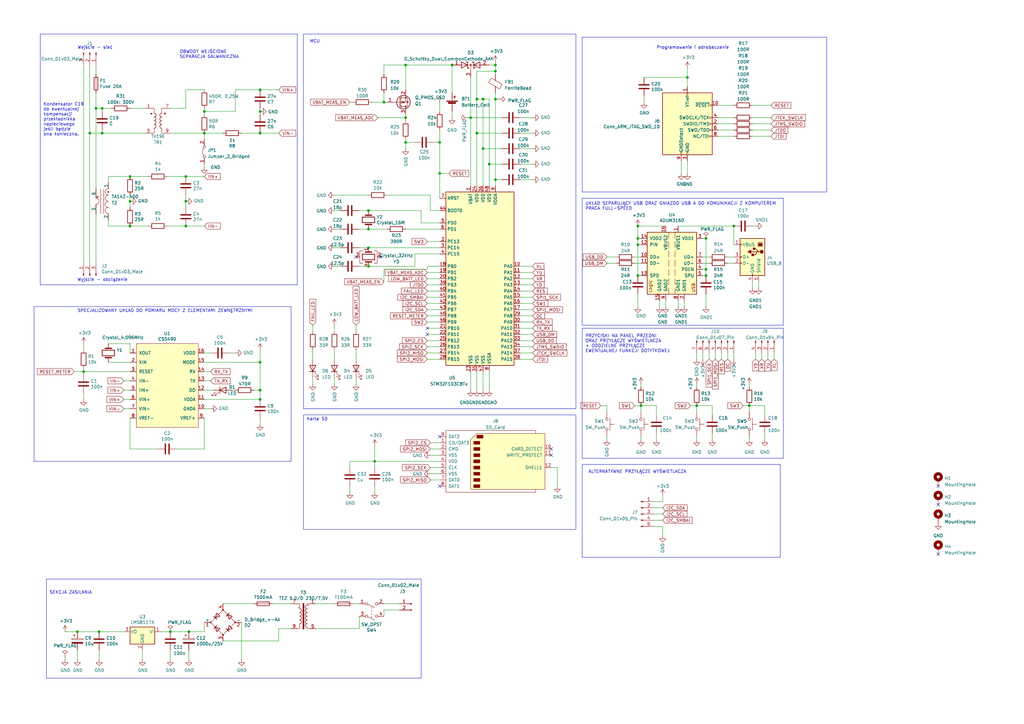
<source format=kicad_sch>
(kicad_sch (version 20230121) (generator eeschema)
  (paper "A3")
  (title_block (title "Płyta główna miernika mocy PUE") (date "2023-03-19") (rev "v2.1") (company "Konrad Fiałkowski @ AGH-UST"))
  (junction (at 106.68 148.59))
  (junction (at 34.29 152.4))
  (junction (at 203.2 29.21))
  (junction (at 83.82 45.72))
  (junction (at 36.83 54.61))
  (junction (at 157.48 41.91))
  (junction (at 261.62 97.79))
  (junction (at 193.04 48.26))
  (junction (at 151.13 109.22))
  (junction (at 77.47 259.08))
  (junction (at 153.67 189.23))
  (junction (at 262.89 166.37))
  (junction (at 106.68 160.02))
  (junction (at 106.68 163.83))
  (junction (at 200.66 67.31))
  (junction (at 198.12 60.96))
  (junction (at 76.2 82.55))
  (junction (at 281.94 31.75))
  (junction (at 195.58 40.64))
  (junction (at 53.34 72.39))
  (junction (at 180.34 71.12))
  (junction (at 69.85 259.08))
  (junction (at 180.34 58.42))
  (junction (at 203.2 26.67))
  (junction (at 40.64 259.08))
  (junction (at 151.13 86.36))
  (junction (at 151.13 93.98))
  (junction (at 289.56 97.79))
  (junction (at 185.42 26.67))
  (junction (at 166.37 58.42))
  (junction (at 41.91 54.61))
  (junction (at 41.91 44.45))
  (junction (at 39.37 44.45))
  (junction (at 106.68 54.61))
  (junction (at 83.82 54.61))
  (junction (at 203.2 40.64))
  (junction (at 106.68 36.83))
  (junction (at 307.34 166.37))
  (junction (at 195.58 54.61))
  (junction (at 151.13 101.6))
  (junction (at 300.99 92.71))
  (junction (at 261.62 113.03))
  (junction (at 198.12 40.64))
  (junction (at 53.34 92.71))
  (junction (at 76.2 72.39))
  (junction (at 261.62 92.71))
  (junction (at 261.62 100.33))
  (junction (at 285.75 166.37))
  (junction (at 166.37 26.67))
  (junction (at 106.68 45.72))
  (junction (at 166.37 48.26))
  (junction (at 203.2 73.66))
  (junction (at 76.2 92.71))
  (junction (at 53.34 82.55))
  (junction (at 31.75 259.08))
  (junction (at 289.56 110.49))
  (junction (at 289.56 113.03))
  (no_connect (at 180.34 199.39))
  (no_connect (at 226.06 184.15))
  (no_connect (at 226.06 186.69))
  (no_connect (at 384.81 227.33))
  (no_connect (at 146.05 105.41))
  (no_connect (at 156.21 105.41))
  (no_connect (at 175.26 134.62))
  (no_connect (at 175.26 137.16))
  (no_connect (at 384.81 199.39))
  (no_connect (at 384.81 207.01))
  (no_connect (at 180.34 179.07))
  (wire (pts (xy 53.34 72.39) (xy 60.96 72.39)))
  (wire (pts (xy 53.34 184.15) (xy 53.34 171.45)))
  (wire (pts (xy 143.51 41.91) (xy 144.78 41.91)))
  (wire (pts (xy 147.32 86.36) (xy 151.13 86.36)))
  (wire (pts (xy 180.34 41.91) (xy 180.34 45.72)))
  (wire (pts (xy 41.91 53.34) (xy 41.91 54.61)))
  (wire (pts (xy 31.75 259.08) (xy 26.67 259.08)))
  (wire (pts (xy 83.82 68.58) (xy 83.82 67.31)))
  (wire (pts (xy 294.64 43.18) (xy 300.99 43.18)))
  (wire (pts (xy 83.82 259.08) (xy 83.82 255.27)))
  (wire (pts (xy 34.29 161.29) (xy 34.29 163.83)))
  (wire (pts (xy 175.26 129.54) (xy 180.34 129.54)))
  (polyline (pts (xy 119.38 125.73) (xy 13.97 125.73)))
  (wire (pts (xy 172.72 91.44) (xy 180.34 91.44)))
  (polyline (pts (xy 238.76 133.35) (xy 321.31 133.35)))
  (wire (pts (xy 298.45 105.41) (xy 300.99 105.41)))
  (wire (pts (xy 180.34 81.28) (xy 180.34 71.12)))
  (wire (pts (xy 262.89 166.37) (xy 269.24 166.37)))
  (wire (pts (xy 104.14 160.02) (xy 106.68 160.02)))
  (wire (pts (xy 106.68 45.72) (xy 106.68 44.45)))
  (wire (pts (xy 294.64 48.26) (xy 300.99 48.26)))
  (wire (pts (xy 44.45 140.97) (xy 53.34 140.97)))
  (wire (pts (xy 205.74 48.26) (xy 193.04 48.26)))
  (wire (pts (xy 139.7 101.6) (xy 137.16 101.6)))
  (wire (pts (xy 30.48 152.4) (xy 34.29 152.4)))
  (wire (pts (xy 218.44 73.66) (xy 213.36 73.66)))
  (wire (pts (xy 294.64 50.8) (xy 300.99 50.8)))
  (wire (pts (xy 128.27 143.51) (xy 128.27 147.32)))
  (wire (pts (xy 106.68 148.59) (xy 106.68 143.51)))
  (wire (pts (xy 170.18 104.14) (xy 170.18 109.22)))
  (wire (pts (xy 180.34 86.36) (xy 176.53 86.36)))
  (wire (pts (xy 285.75 158.75) (xy 285.75 157.48)))
  (wire (pts (xy 154.94 48.26) (xy 166.37 48.26)))
  (wire (pts (xy 264.16 41.91) (xy 264.16 39.37)))
  (polyline (pts (xy 13.97 189.23) (xy 119.38 189.23)))
  (wire (pts (xy 139.7 93.98) (xy 137.16 93.98)))
  (wire (pts (xy 246.38 166.37) (xy 248.92 166.37)))
  (wire (pts (xy 157.48 250.19) (xy 157.48 252.73)))
  (wire (pts (xy 83.82 144.78) (xy 86.36 144.78)))
  (wire (pts (xy 153.67 189.23) (xy 153.67 191.77)))
  (wire (pts (xy 313.69 177.8) (xy 313.69 180.34)))
  (wire (pts (xy 269.24 166.37) (xy 269.24 170.18)))
  (wire (pts (xy 248.92 107.95) (xy 252.73 107.95)))
  (wire (pts (xy 76.2 92.71) (xy 83.82 92.71)))
  (wire (pts (xy 248.92 166.37) (xy 248.92 168.91)))
  (wire (pts (xy 175.26 114.3) (xy 180.34 114.3)))
  (wire (pts (xy 308.61 118.11) (xy 308.61 115.57)))
  (wire (pts (xy 260.35 105.41) (xy 262.89 105.41)))
  (wire (pts (xy 218.44 67.31) (xy 213.36 67.31)))
  (wire (pts (xy 151.13 80.01) (xy 137.16 80.01)))
  (wire (pts (xy 203.2 25.4) (xy 203.2 26.67)))
  (wire (pts (xy 205.74 60.96) (xy 198.12 60.96)))
  (wire (pts (xy 304.8 166.37) (xy 307.34 166.37)))
  (wire (pts (xy 294.64 53.34) (xy 300.99 53.34)))
  (wire (pts (xy 285.75 144.78) (xy 285.75 147.32)))
  (wire (pts (xy 106.68 160.02) (xy 106.68 163.83)))
  (wire (pts (xy 68.58 92.71) (xy 76.2 92.71)))
  (wire (pts (xy 66.04 259.08) (xy 69.85 259.08)))
  (wire (pts (xy 39.37 44.45) (xy 41.91 44.45)))
  (wire (pts (xy 213.36 144.78) (xy 218.44 144.78)))
  (wire (pts (xy 44.45 72.39) (xy 53.34 72.39)))
  (wire (pts (xy 83.82 45.72) (xy 83.82 44.45)))
  (wire (pts (xy 31.75 266.7) (xy 31.75 270.51)))
  (polyline (pts (xy 238.76 78.74) (xy 339.09 78.74)))
  (wire (pts (xy 176.53 181.61) (xy 180.34 181.61)))
  (wire (pts (xy 91.44 262.89) (xy 114.3 262.89)))
  (wire (pts (xy 96.52 45.72) (xy 96.52 36.83)))
  (wire (pts (xy 172.72 91.44) (xy 172.72 86.36)))
  (wire (pts (xy 41.91 54.61) (xy 36.83 54.61)))
  (wire (pts (xy 213.36 139.7) (xy 218.44 139.7)))
  (wire (pts (xy 176.53 191.77) (xy 180.34 191.77)))
  (wire (pts (xy 267.97 208.28) (xy 271.78 208.28)))
  (polyline (pts (xy 16.51 13.97) (xy 16.51 116.84)))
  (wire (pts (xy 166.37 26.67) (xy 185.42 26.67)))
  (wire (pts (xy 261.62 92.71) (xy 261.62 97.79)))
  (wire (pts (xy 39.37 26.67) (xy 39.37 30.48)))
  (wire (pts (xy 64.77 184.15) (xy 53.34 184.15)))
  (wire (pts (xy 77.47 266.7) (xy 77.47 270.51)))
  (wire (pts (xy 40.64 259.08) (xy 50.8 259.08)))
  (polyline (pts (xy 321.31 81.28) (xy 321.31 133.35)))
  (wire (pts (xy 175.26 99.06) (xy 180.34 99.06)))
  (wire (pts (xy 175.26 134.62) (xy 180.34 134.62)))
  (wire (pts (xy 176.53 186.69) (xy 180.34 186.69)))
  (wire (pts (xy 106.68 148.59) (xy 106.68 160.02)))
  (wire (pts (xy 69.85 266.7) (xy 69.85 270.51)))
  (wire (pts (xy 285.75 179.07) (xy 285.75 180.34)))
  (wire (pts (xy 128.27 133.35) (xy 128.27 135.89)))
  (wire (pts (xy 311.15 118.11) (xy 311.15 115.57)))
  (wire (pts (xy 281.94 31.75) (xy 281.94 35.56)))
  (wire (pts (xy 139.7 86.36) (xy 137.16 86.36)))
  (wire (pts (xy 289.56 97.79) (xy 288.29 97.79)))
  (wire (pts (xy 44.45 92.71) (xy 53.34 92.71)))
  (wire (pts (xy 213.36 124.46) (xy 218.44 124.46)))
  (polyline (pts (xy 238.76 133.35) (xy 238.76 81.28)))
  (wire (pts (xy 53.34 44.45) (xy 59.69 44.45)))
  (wire (pts (xy 176.53 184.15) (xy 180.34 184.15)))
  (wire (pts (xy 309.88 92.71) (xy 308.61 92.71)))
  (wire (pts (xy 175.26 137.16) (xy 180.34 137.16)))
  (wire (pts (xy 195.58 29.21) (xy 203.2 29.21)))
  (wire (pts (xy 139.7 109.22) (xy 137.16 109.22)))
  (wire (pts (xy 176.53 196.85) (xy 180.34 196.85)))
  (wire (pts (xy 308.61 50.8) (xy 316.23 50.8)))
  (wire (pts (xy 41.91 54.61) (xy 59.69 54.61)))
  (wire (pts (xy 248.92 105.41) (xy 252.73 105.41)))
  (wire (pts (xy 180.34 189.23) (xy 153.67 189.23)))
  (wire (pts (xy 195.58 40.64) (xy 198.12 40.64)))
  (wire (pts (xy 195.58 76.2) (xy 195.58 54.61)))
  (wire (pts (xy 147.32 101.6) (xy 151.13 101.6)))
  (wire (pts (xy 143.51 199.39) (xy 143.51 201.93)))
  (wire (pts (xy 213.36 114.3) (xy 218.44 114.3)))
  (wire (pts (xy 193.04 31.75) (xy 193.04 48.26)))
  (wire (pts (xy 198.12 60.96) (xy 198.12 40.64)))
  (wire (pts (xy 308.61 53.34) (xy 316.23 53.34)))
  (wire (pts (xy 267.97 205.74) (xy 271.78 205.74)))
  (wire (pts (xy 72.39 184.15) (xy 83.82 184.15)))
  (wire (pts (xy 213.36 147.32) (xy 218.44 147.32)))
  (wire (pts (xy 53.34 82.55) (xy 53.34 80.01)))
  (wire (pts (xy 314.96 144.78) (xy 314.96 147.32)))
  (wire (pts (xy 114.3 257.81) (xy 119.38 257.81)))
  (wire (pts (xy 53.34 92.71) (xy 60.96 92.71)))
  (wire (pts (xy 68.58 72.39) (xy 76.2 72.39)))
  (wire (pts (xy 76.2 80.01) (xy 76.2 82.55)))
  (wire (pts (xy 308.61 43.18) (xy 316.23 43.18)))
  (wire (pts (xy 36.83 26.67) (xy 36.83 54.61)))
  (wire (pts (xy 288.29 105.41) (xy 290.83 105.41)))
  (wire (pts (xy 307.34 158.75) (xy 307.34 157.48)))
  (wire (pts (xy 295.91 144.78) (xy 295.91 147.32)))
  (wire (pts (xy 267.97 215.9) (xy 271.78 215.9)))
  (wire (pts (xy 158.75 80.01) (xy 176.53 80.01)))
  (wire (pts (xy 203.2 40.64) (xy 203.2 73.66)))
  (wire (pts (xy 26.67 270.51) (xy 26.67 269.24)))
  (wire (pts (xy 193.04 160.02) (xy 193.04 152.4)))
  (wire (pts (xy 317.5 144.78) (xy 317.5 147.32)))
  (wire (pts (xy 300.99 144.78) (xy 300.99 147.32)))
  (wire (pts (xy 298.45 144.78) (xy 298.45 147.32)))
  (wire (pts (xy 106.68 54.61) (xy 114.3 54.61)))
  (polyline (pts (xy 19.05 278.13) (xy 172.72 278.13)))
  (wire (pts (xy 290.83 144.78) (xy 290.83 147.32)))
  (wire (pts (xy 213.36 142.24) (xy 218.44 142.24)))
  (wire (pts (xy 106.68 36.83) (xy 114.3 36.83)))
  (wire (pts (xy 262.89 166.37) (xy 262.89 168.91)))
  (wire (pts (xy 203.2 26.67) (xy 203.2 29.21)))
  (wire (pts (xy 69.85 54.61) (xy 83.82 54.61)))
  (wire (pts (xy 69.85 259.08) (xy 77.47 259.08)))
  (wire (pts (xy 157.48 26.67) (xy 166.37 26.67)))
  (wire (pts (xy 213.36 132.08) (xy 218.44 132.08)))
  (wire (pts (xy 137.16 133.35) (xy 137.16 135.89)))
  (wire (pts (xy 91.44 54.61) (xy 83.82 54.61)))
  (wire (pts (xy 175.26 109.22) (xy 180.34 109.22)))
  (wire (pts (xy 147.32 109.22) (xy 151.13 109.22)))
  (wire (pts (xy 260.35 166.37) (xy 262.89 166.37)))
  (wire (pts (xy 281.94 31.75) (xy 264.16 31.75)))
  (wire (pts (xy 200.66 26.67) (xy 203.2 26.67)))
  (wire (pts (xy 95.25 160.02) (xy 96.52 160.02)))
  (wire (pts (xy 213.36 119.38) (xy 218.44 119.38)))
  (wire (pts (xy 281.94 66.04) (xy 281.94 71.12)))
  (wire (pts (xy 213.36 109.22) (xy 218.44 109.22)))
  (polyline (pts (xy 121.92 13.97) (xy 121.92 116.84)))
  (wire (pts (xy 39.37 87.63) (xy 39.37 107.95)))
  (wire (pts (xy 308.61 55.88) (xy 316.23 55.88)))
  (wire (pts (xy 157.48 30.48) (xy 157.48 26.67)))
  (wire (pts (xy 34.29 152.4) (xy 34.29 153.67)))
  (wire (pts (xy 151.13 109.22) (xy 170.18 109.22)))
  (wire (pts (xy 271.78 205.74) (xy 271.78 203.2)))
  (wire (pts (xy 96.52 36.83) (xy 106.68 36.83)))
  (wire (pts (xy 307.34 166.37) (xy 307.34 168.91)))
  (wire (pts (xy 228.6 191.77) (xy 228.6 199.39)))
  (wire (pts (xy 200.66 160.02) (xy 200.66 152.4)))
  (wire (pts (xy 269.24 177.8) (xy 269.24 180.34)))
  (wire (pts (xy 180.34 58.42) (xy 177.8 58.42)))
  (wire (pts (xy 83.82 72.39) (xy 76.2 72.39)))
  (wire (pts (xy 213.36 129.54) (xy 218.44 129.54)))
  (wire (pts (xy 283.21 166.37) (xy 285.75 166.37)))
  (wire (pts (xy 248.92 179.07) (xy 248.92 180.34)))
  (wire (pts (xy 205.74 73.66) (xy 203.2 73.66)))
  (wire (pts (xy 146.05 154.94) (xy 146.05 157.48)))
  (wire (pts (xy 147.32 93.98) (xy 151.13 93.98)))
  (wire (pts (xy 261.62 125.73) (xy 261.62 120.65)))
  (wire (pts (xy 157.48 38.1) (xy 157.48 41.91)))
  (wire (pts (xy 175.26 116.84) (xy 180.34 116.84)))
  (polyline (pts (xy 339.09 15.24) (xy 238.76 15.24)))
  (wire (pts (xy 151.13 101.6) (xy 180.34 101.6)))
  (wire (pts (xy 175.26 109.22) (xy 175.26 110.49)))
  (wire (pts (xy 170.18 104.14) (xy 180.34 104.14)))
  (wire (pts (xy 34.29 26.67) (xy 34.29 107.95)))
  (wire (pts (xy 185.42 26.67) (xy 185.42 38.1)))
  (wire (pts (xy 175.26 132.08) (xy 180.34 132.08)))
  (wire (pts (xy 143.51 189.23) (xy 143.51 191.77)))
  (wire (pts (xy 166.37 36.83) (xy 166.37 26.67)))
  (polyline (pts (xy 321.31 134.62) (xy 321.31 187.96)))
  (wire (pts (xy 41.91 45.72) (xy 41.91 44.45)))
  (wire (pts (xy 166.37 60.96) (xy 166.37 58.42)))
  (wire (pts (xy 93.98 144.78) (xy 96.52 144.78)))
  (polyline (pts (xy 172.72 237.49) (xy 19.05 237.49)))
  (wire (pts (xy 285.75 166.37) (xy 285.75 168.91)))
  (wire (pts (xy 153.67 182.88) (xy 153.67 189.23)))
  (wire (pts (xy 39.37 44.45) (xy 39.37 77.47)))
  (wire (pts (xy 50.8 163.83) (xy 53.34 163.83)))
  (wire (pts (xy 166.37 48.26) (xy 166.37 49.53)))
  (wire (pts (xy 198.12 160.02) (xy 198.12 152.4)))
  (wire (pts (xy 146.05 133.35) (xy 146.05 135.89)))
  (wire (pts (xy 205.74 54.61) (xy 195.58 54.61)))
  (wire (pts (xy 53.34 152.4) (xy 34.29 152.4)))
  (wire (pts (xy 83.82 167.64) (xy 86.36 167.64)))
  (wire (pts (xy 288.29 107.95) (xy 290.83 107.95)))
  (wire (pts (xy 50.8 156.21) (xy 53.34 156.21)))
  (wire (pts (xy 40.64 259.08) (xy 31.75 259.08)))
  (polyline (pts (xy 16.51 13.97) (xy 121.92 13.97)))
  (polyline (pts (xy 16.51 116.84) (xy 121.92 116.84)))
  (wire (pts (xy 175.26 110.49) (xy 157.48 110.49)))
  (wire (pts (xy 34.29 140.97) (xy 34.29 143.51)))
  (wire (pts (xy 262.89 158.75) (xy 262.89 157.48)))
  (wire (pts (xy 309.88 144.78) (xy 309.88 147.32)))
  (polyline (pts (xy 13.97 125.73) (xy 13.97 189.23)))
  (wire (pts (xy 213.36 137.16) (xy 218.44 137.16)))
  (wire (pts (xy 99.06 54.61) (xy 106.68 54.61)))
  (wire (pts (xy 228.6 191.77) (xy 226.06 191.77)))
  (wire (pts (xy 203.2 38.1) (xy 203.2 40.64)))
  (wire (pts (xy 76.2 36.83) (xy 83.82 36.83)))
  (wire (pts (xy 261.62 100.33) (xy 261.62 97.79)))
  (wire (pts (xy 195.58 160.02) (xy 195.58 152.4)))
  (wire (pts (xy 307.34 166.37) (xy 313.69 166.37)))
  (wire (pts (xy 176.53 194.31) (xy 180.34 194.31)))
  (wire (pts (xy 106.68 46.99) (xy 106.68 45.72)))
  (wire (pts (xy 76.2 44.45) (xy 76.2 36.83)))
  (polyline (pts (xy 321.31 187.96) (xy 238.76 187.96)))
  (wire (pts (xy 280.67 125.73) (xy 280.67 123.19)))
  (wire (pts (xy 273.05 125.73) (xy 273.05 123.19)))
  (wire (pts (xy 218.44 60.96) (xy 213.36 60.96)))
  (wire (pts (xy 147.32 257.81) (xy 147.32 252.73)))
  (wire (pts (xy 260.35 107.95) (xy 262.89 107.95)))
  (wire (pts (xy 41.91 44.45) (xy 45.72 44.45)))
  (wire (pts (xy 203.2 29.21) (xy 203.2 30.48)))
  (wire (pts (xy 157.48 247.65) (xy 163.83 247.65)))
  (wire (pts (xy 99.06 270.51) (xy 99.06 255.27)))
  (polyline (pts (xy 119.38 189.23) (xy 119.38 125.73)))
  (wire (pts (xy 175.26 142.24) (xy 180.34 142.24)))
  (wire (pts (xy 198.12 76.2) (xy 198.12 60.96)))
  (wire (pts (xy 175.26 127) (xy 180.34 127)))
  (wire (pts (xy 273.05 92.71) (xy 261.62 92.71)))
  (wire (pts (xy 157.48 41.91) (xy 158.75 41.91)))
  (wire (pts (xy 213.36 111.76) (xy 218.44 111.76)))
  (wire (pts (xy 77.47 259.08) (xy 83.82 259.08)))
  (wire (pts (xy 175.26 124.46) (xy 180.34 124.46)))
  (wire (pts (xy 312.42 144.78) (xy 312.42 147.32)))
  (wire (pts (xy 279.4 66.04) (xy 279.4 71.12)))
  (wire (pts (xy 137.16 143.51) (xy 137.16 147.32)))
  (wire (pts (xy 175.26 147.32) (xy 180.34 147.32)))
  (wire (pts (xy 195.58 54.61) (xy 195.58 40.64)))
  (wire (pts (xy 83.82 46.99) (xy 83.82 45.72)))
  (wire (pts (xy 175.26 119.38) (xy 180.34 119.38)))
  (wire (pts (xy 267.97 213.36) (xy 271.78 213.36)))
  (wire (pts (xy 111.76 247.65) (xy 119.38 247.65)))
  (wire (pts (xy 153.67 199.39) (xy 153.67 201.93)))
  (wire (pts (xy 83.82 148.59) (xy 106.68 148.59)))
  (wire (pts (xy 53.34 85.09) (xy 53.34 82.55)))
  (wire (pts (xy 34.29 151.13) (xy 34.29 152.4)))
  (wire (pts (xy 58.42 266.7) (xy 58.42 270.51)))
  (wire (pts (xy 175.26 144.78) (xy 180.34 144.78)))
  (wire (pts (xy 213.36 54.61) (xy 218.44 54.61)))
  (wire (pts (xy 157.48 250.19) (xy 163.83 250.19)))
  (wire (pts (xy 293.37 144.78) (xy 293.37 147.32)))
  (wire (pts (xy 270.51 125.73) (xy 270.51 123.19)))
  (wire (pts (xy 285.75 166.37) (xy 292.1 166.37)))
  (wire (pts (xy 83.82 45.72) (xy 96.52 45.72)))
  (wire (pts (xy 106.68 163.83) (xy 83.82 163.83)))
  (wire (pts (xy 180.34 71.12) (xy 184.15 71.12)))
  (wire (pts (xy 170.18 58.42) (xy 166.37 58.42)))
  (polyline (pts (xy 19.05 237.49) (xy 19.05 278.13)))
  (wire (pts (xy 307.34 179.07) (xy 307.34 180.34)))
  (wire (pts (xy 262.89 179.07) (xy 262.89 180.34)))
  (wire (pts (xy 44.45 90.17) (xy 44.45 92.71)))
  (wire (pts (xy 278.13 92.71) (xy 300.99 92.71)))
  (wire (pts (xy 166.37 46.99) (xy 166.37 48.26)))
  (wire (pts (xy 288.29 144.78) (xy 288.29 147.32)))
  (wire (pts (xy 36.83 107.95) (xy 36.83 54.61)))
  (wire (pts (xy 180.34 58.42) (xy 180.34 71.12)))
  (wire (pts (xy 50.8 167.64) (xy 53.34 167.64)))
  (wire (pts (xy 175.26 111.76) (xy 180.34 111.76)))
  (wire (pts (xy 262.89 100.33) (xy 261.62 100.33)))
  (wire (pts (xy 294.64 55.88) (xy 300.99 55.88)))
  (wire (pts (xy 289.56 110.49) (xy 289.56 97.79)))
  (wire (pts (xy 200.66 67.31) (xy 200.66 40.64)))
  (wire (pts (xy 146.05 143.51) (xy 146.05 147.32)))
  (wire (pts (xy 91.44 247.65) (xy 104.14 247.65)))
  (wire (pts (xy 83.82 184.15) (xy 83.82 171.45)))
  (wire (pts (xy 198.12 40.64) (xy 200.66 40.64)))
  (wire (pts (xy 203.2 76.2) (xy 203.2 73.66)))
  (wire (pts (xy 195.58 40.64) (xy 195.58 29.21)))
  (wire (pts (xy 175.26 139.7) (xy 180.34 139.7)))
  (wire (pts (xy 83.82 152.4) (xy 86.36 152.4)))
  (wire (pts (xy 213.36 134.62) (xy 218.44 134.62)))
  (wire (pts (xy 176.53 86.36) (xy 176.53 80.01)))
  (polyline (pts (xy 321.31 81.28) (xy 238.76 81.28)))
  (wire (pts (xy 83.82 156.21) (xy 86.36 156.21)))
  (wire (pts (xy 300.99 92.71) (xy 300.99 100.33)))
  (wire (pts (xy 261.62 97.79) (xy 262.89 97.79)))
  (wire (pts (xy 213.36 116.84) (xy 218.44 116.84)))
  (wire (pts (xy 153.67 189.23) (xy 143.51 189.23)))
  (polyline (pts (xy 172.72 278.13) (xy 172.72 237.49)))
  (polyline (pts (xy 119.38 125.73) (xy 119.38 125.73)))
  (wire (pts (xy 106.68 171.45) (xy 106.68 173.99)))
  (wire (pts (xy 50.8 160.02) (xy 53.34 160.02)))
  (wire (pts (xy 271.78 215.9) (xy 271.78 219.71)))
  (wire (pts (xy 288.29 110.49) (xy 289.56 110.49)))
  (wire (pts (xy 289.56 120.65) (xy 289.56 125.73)))
  (wire (pts (xy 185.42 45.72) (xy 185.42 48.26)))
  (wire (pts (xy 151.13 93.98) (xy 158.75 93.98)))
  (wire (pts (xy 292.1 166.37) (xy 292.1 170.18)))
  (wire (pts (xy 203.2 40.64) (xy 204.47 40.64)))
  (wire (pts (xy 152.4 41.91) (xy 157.48 41.91)))
  (wire (pts (xy 40.64 266.7) (xy 40.64 270.51)))
  (wire (pts (xy 218.44 48.26) (xy 213.36 48.26)))
  (wire (pts (xy 292.1 177.8) (xy 292.1 180.34)))
  (wire (pts (xy 308.61 48.26) (xy 316.23 48.26)))
  (polyline (pts (xy 238.76 134.62) (xy 238.76 187.96)))
  (wire (pts (xy 191.77 48.26) (xy 193.04 48.26)))
  (wire (pts (xy 157.48 110.49) (xy 157.48 115.57)))
  (wire (pts (xy 205.74 67.31) (xy 200.66 67.31)))
  (polyline (pts (xy 238.76 15.24) (xy 238.76 78.74)))
  (wire (pts (xy 129.54 257.81) (xy 147.32 257.81)))
  (wire (pts (xy 278.13 125.73) (xy 278.13 123.19)))
  (wire (pts (xy 180.34 53.34) (xy 180.34 58.42)))
  (wire (pts (xy 200.66 76.2) (xy 200.66 67.31)))
  (wire (pts (xy 166.37 93.98) (xy 180.34 93.98)))
  (wire (pts (xy 44.45 74.93) (xy 44.45 72.39)))
  (wire (pts (xy 114.3 262.89) (xy 114.3 257.81)))
  (wire (pts (xy 129.54 247.65) (xy 137.16 247.65)))
  (wire (pts (xy 151.13 86.36) (xy 172.72 86.36)))
  (wire (pts (xy 261.62 113.03) (xy 261.62 100.33)))
  (wire (pts (xy 128.27 154.94) (xy 128.27 157.48)))
  (wire (pts (xy 76.2 82.55) (xy 76.2 85.09)))
  (wire (pts (xy 213.36 127) (xy 218.44 127)))
  (wire (pts (xy 193.04 76.2) (xy 193.04 48.26)))
  (wire (pts (xy 313.69 166.37) (xy 313.69 170.18)))
  (wire (pts (xy 83.82 160.02) (xy 87.63 160.02)))
  (polyline (pts (xy 339.09 78.74) (xy 339.09 15.24)))
  (wire (pts (xy 144.78 247.65) (xy 147.32 247.65)))
  (wire (pts (xy 213.36 121.92) (xy 218.44 121.92)))
  (wire (pts (xy 39.37 38.1) (xy 39.37 44.45)))
  (polyline (pts (xy 238.76 134.62) (xy 321.31 134.62)))
  (wire (pts (xy 83.82 57.15) (xy 83.82 54.61)))
  (wire (pts (xy 288.29 113.03) (xy 289.56 113.03)))
  (wire (pts (xy 281.94 27.94) (xy 281.94 31.75)))
  (wire (pts (xy 69.85 44.45) (xy 76.2 44.45)))
  (wire (pts (xy 53.34 140.97) (xy 53.34 144.78)))
  (wire (pts (xy 267.97 210.82) (xy 271.78 210.82)))
  (wire (pts (xy 44.45 148.59) (xy 53.34 148.59)))
  (wire (pts (xy 175.26 121.92) (xy 180.34 121.92)))
  (wire (pts (xy 298.45 107.95) (xy 300.99 107.95)))
  (wire (pts (xy 166.37 57.15) (xy 166.37 58.42)))
  (wire (pts (xy 137.16 154.94) (xy 137.16 157.48)))
  (wire (pts (xy 262.89 113.03) (xy 261.62 113.03)))
  (wire (pts (xy 289.56 113.03) (xy 289.56 110.49)))
  (rectangle (start 238.76 190.5) (end 320.04 228.6))
  (rectangle (start 124.46 13.97) (end 236.22 167.64))
  (rectangle (start 124.46 170.18) (end 236.22 217.17))
  (text "PRZYCISKI NA PANEL PRZEDNI\nORAZ PRZYŁĄCZE WYŚWIETLACZA\n+ ODDZIELNE PRZYŁĄCZE\nEWENTUALNEJ FUNKCJI DOTYTKOWEJ" (at 240.03 144.78 0) (effects (font (size 1.27 1.27)) (justify left bottom)))
  (text "SPECJALIZOWANY UKŁAD DO POMIARU MOCY Z ELEMENTAMI ZEWNĘTRZNYMI" (at 31.75 128.27 0) (effects (font (size 1.27 1.27)) (justify left bottom)))
  (text "Programowanie i odrobaczanie" (at 269.24 20.32 0) (effects (font (size 1.27 1.27)) (justify left bottom)))
  (text "Wyjście - obciążenie" (at 31.75 115.57 0) (effects (font (size 1.27 1.27)) (justify left bottom)))
  (text "Karta SD" (at 125.73 172.72 0) (effects (font (size 1.27 1.27)) (justify left bottom)))
  (text "ALTERNATYWNE PRZYŁĄCZE WYŚWIETLACZA" (at 241.3 194.31 0) (effects (font (size 1.27 1.27)) (justify left bottom)))
  (text "UKŁAD SEPARUJĄCY USB ORAZ GNIAZDO USB A DO KOMUNIKACJI Z KOMPUTEREM\nPRACA FULL-SPEED" (at 240.03 86.36 0) (effects (font (size 1.27 1.27)) (justify left bottom)))
  (text "Kondensator C19\ndo ewentualnej\nkompensacji\nprzekładnikka\nnapieciowego\njeśli będzie\nona konieczna." (at 17.78 55.88 0) (effects (font (size 1.27 1.27)) (justify left bottom)))
  (text "OBWODY WEJŚCIOWE\nSEPARACJA GALWANICZNA" (at 73.66 24.13 0) (effects (font (size 1.27 1.27)) (justify left bottom)))
  (text "Wejście - sieć" (at 31.75 20.32 0) (effects (font (size 1.27 1.27)) (justify left bottom)))
  (text "SEKCJA ZASILANIA" (at 20.32 243.84 0) (effects (font (size 1.27 1.27)) (justify left bottom)))
  (text "MCU" (at 127 17.78 0) (effects (font (size 1.27 1.27)) (justify left bottom)))
  (global_label "SPI2_MISO" (shape input) (at 175.26 144.78 180) (property "Intersheetrefs" "${INTERSHEET_REFS}" (effects hide)))
  (global_label "SPI2_CS" (shape input) (at 176.53 181.61 180) (property "Intersheetrefs" "${INTERSHEET_REFS}" (effects hide)))
  (global_label "IIN-" (shape input) (at 50.8 156.21 180) (property "Intersheetrefs" "${INTERSHEET_REFS}" (effects hide)))
  (global_label "XR" (shape input) (at 312.42 147.32 270) (property "Intersheetrefs" "${INTERSHEET_REFS}" (effects hide)))
  (global_label "USB_DM" (shape input) (at 248.92 107.95 180) (property "Intersheetrefs" "${INTERSHEET_REFS}" (effects hide)))
  (global_label "IIN-" (shape input) (at 83.82 92.71 0) (property "Intersheetrefs" "${INTERSHEET_REFS}" (effects hide)))
  (global_label "VBAT_MEAS_ADC" (shape input) (at 154.94 48.26 180) (property "Intersheetrefs" "${INTERSHEET_REFS}" (effects hide)))
  (global_label "VBAT_MEAS_EN" (shape input) (at 157.48 115.57 180) (property "Intersheetrefs" "${INTERSHEET_REFS}" (effects hide)))
  (global_label "VIN+" (shape input) (at 50.8 163.83 180) (property "Intersheetrefs" "${INTERSHEET_REFS}" (effects hide)))
  (global_label "TX_RX" (shape input) (at 218.44 134.62 0) (property "Intersheetrefs" "${INTERSHEET_REFS}" (effects hide)))
  (global_label "DC" (shape input) (at 298.45 147.32 270) (property "Intersheetrefs" "${INTERSHEET_REFS}" (effects hide)))
  (global_label "I2C_SCL" (shape input) (at 271.78 210.82 0) (property "Intersheetrefs" "${INTERSHEET_REFS}" (effects hide)))
  (global_label "USB_DD" (shape input) (at 248.92 105.41 180) (property "Intersheetrefs" "${INTERSHEET_REFS}" (effects hide)))
  (global_label "SPI2_MOSI" (shape input) (at 175.26 147.32 180) (property "Intersheetrefs" "${INTERSHEET_REFS}" (effects hide)))
  (global_label "VIN-" (shape input) (at 50.8 167.64 180) (property "Intersheetrefs" "${INTERSHEET_REFS}" (effects hide)))
  (global_label "DC" (shape input) (at 218.44 129.54 0) (property "Intersheetrefs" "${INTERSHEET_REFS}" (effects hide)))
  (global_label "SPI2_MOSI" (shape input) (at 176.53 184.15 180) (property "Intersheetrefs" "${INTERSHEET_REFS}" (effects hide)))
  (global_label "TX_RX" (shape input) (at 86.36 156.21 0) (property "Intersheetrefs" "${INTERSHEET_REFS}" (effects hide)))
  (global_label "RX_TX" (shape input) (at 218.44 132.08 0) (property "Intersheetrefs" "${INTERSHEET_REFS}" (effects hide)))
  (global_label "VBAT_MEAS_EN" (shape input) (at 143.51 41.91 180) (property "Intersheetrefs" "${INTERSHEET_REFS}" (effects hide)))
  (global_label "JTMS_SWDIO" (shape input) (at 316.23 50.8 0) (property "Intersheetrefs" "${INTERSHEET_REFS}" (effects hide)))
  (global_label "IIN+" (shape input) (at 50.8 160.02 180) (property "Intersheetrefs" "${INTERSHEET_REFS}" (effects hide)))
  (global_label "RX_TX" (shape input) (at 86.36 152.4 0) (property "Intersheetrefs" "${INTERSHEET_REFS}" (effects hide)))
  (global_label "JTDI" (shape input) (at 218.44 147.32 0) (property "Intersheetrefs" "${INTERSHEET_REFS}" (effects hide)))
  (global_label "SPI1_SCK" (shape input) (at 290.83 147.32 270) (property "Intersheetrefs" "${INTERSHEET_REFS}" (effects hide)))
  (global_label "SW2" (shape input) (at 175.26 132.08 180) (property "Intersheetrefs" "${INTERSHEET_REFS}" (effects hide)))
  (global_label "SW2" (shape input) (at 283.21 166.37 180) (property "Intersheetrefs" "${INTERSHEET_REFS}" (effects hide)))
  (global_label "YD" (shape input) (at 309.88 147.32 270) (property "Intersheetrefs" "${INTERSHEET_REFS}" (effects hide)))
  (global_label "YD" (shape input) (at 218.44 116.84 0) (property "Intersheetrefs" "${INTERSHEET_REFS}" (effects hide)))
  (global_label "SPI2_SCK" (shape input) (at 175.26 142.24 180) (property "Intersheetrefs" "${INTERSHEET_REFS}" (effects hide)))
  (global_label "JTMS_SWDIO" (shape input) (at 218.44 142.24 0) (property "Intersheetrefs" "${INTERSHEET_REFS}" (effects hide)))
  (global_label "JTDI" (shape input) (at 316.23 55.88 0) (property "Intersheetrefs" "${INTERSHEET_REFS}" (effects hide)))
  (global_label "JTCK_SWCLK" (shape input) (at 316.23 48.26 0) (property "Intersheetrefs" "${INTERSHEET_REFS}" (effects hide)))
  (global_label "JTDO" (shape input) (at 175.26 116.84 180) (property "Intersheetrefs" "${INTERSHEET_REFS}" (effects hide)))
  (global_label "USB_DM" (shape input) (at 218.44 137.16 0) (property "Intersheetrefs" "${INTERSHEET_REFS}" (effects hide)))
  (global_label "VIN+" (shape input) (at 114.3 36.83 0) (property "Intersheetrefs" "${INTERSHEET_REFS}" (effects hide)))
  (global_label "FAIL_LED" (shape input) (at 175.26 119.38 180) (property "Intersheetrefs" "${INTERSHEET_REFS}" (effects hide)))
  (global_label "SPI1_MOSI" (shape input) (at 293.37 147.32 270) (property "Intersheetrefs" "${INTERSHEET_REFS}" (effects hide)))
  (global_label "XL" (shape input) (at 218.44 109.22 0) (property "Intersheetrefs" "${INTERSHEET_REFS}" (effects hide)))
  (global_label "RESET" (shape input) (at 246.38 166.37 180) (property "Intersheetrefs" "${INTERSHEET_REFS}" (effects hide)))
  (global_label "VBAT_MEAS_ADC" (shape input) (at 175.26 111.76 180) (property "Intersheetrefs" "${INTERSHEET_REFS}" (effects hide)))
  (global_label "SW1" (shape input) (at 218.44 124.46 0) (property "Intersheetrefs" "${INTERSHEET_REFS}" (effects hide)))
  (global_label "IIN+" (shape input) (at 83.82 72.39 0) (property "Intersheetrefs" "${INTERSHEET_REFS}" (effects hide)))
  (global_label "SPI1_SCK" (shape input) (at 218.44 121.92 0) (property "Intersheetrefs" "${INTERSHEET_REFS}" (effects hide)))
  (global_label "XR" (shape input) (at 218.44 114.3 0) (property "Intersheetrefs" "${INTERSHEET_REFS}" (effects hide)))
  (global_label "I2C_SCL" (shape input) (at 175.26 124.46 180) (property "Intersheetrefs" "${INTERSHEET_REFS}" (effects hide)))
  (global_label "SW3" (shape input) (at 175.26 99.06 180) (property "Intersheetrefs" "${INTERSHEET_REFS}" (effects hide)))
  (global_label "FAIL_LED" (shape input) (at 128.27 133.35 90) (property "Intersheetrefs" "${INTERSHEET_REFS}" (effects hide)))
  (global_label "I2C_SDA" (shape input) (at 175.26 127 180) (property "Intersheetrefs" "${INTERSHEET_REFS}" (effects hide)))
  (global_label "SPI2_CS" (shape input) (at 175.26 139.7 180) (property "Intersheetrefs" "${INTERSHEET_REFS}" (effects hide)))
  (global_label "RESET" (shape input) (at 184.15 71.12 0) (property "Intersheetrefs" "${INTERSHEET_REFS}" (effects hide)))
  (global_label "SW1" (shape input) (at 260.35 166.37 180) (property "Intersheetrefs" "${INTERSHEET_REFS}" (effects hide)))
  (global_label "RES" (shape input) (at 218.44 119.38 0) (property "Intersheetrefs" "${INTERSHEET_REFS}" (effects hide)))
  (global_label "USB_DD" (shape input) (at 218.44 139.7 0) (property "Intersheetrefs" "${INTERSHEET_REFS}" (effects hide)))
  (global_label "YU" (shape input) (at 314.96 147.32 270) (property "Intersheetrefs" "${INTERSHEET_REFS}" (effects hide)))
  (global_label "SPI2_MISO" (shape input) (at 176.53 196.85 180) (property "Intersheetrefs" "${INTERSHEET_REFS}" (effects hide)))
  (global_label "RESET" (shape input) (at 316.23 43.18 0) (property "Intersheetrefs" "${INTERSHEET_REFS}" (effects hide)))
  (global_label "I2C_SMBAI" (shape input) (at 175.26 121.92 180) (property "Intersheetrefs" "${INTERSHEET_REFS}" (effects hide)))
  (global_label "RES" (shape input) (at 295.91 147.32 270) (property "Intersheetrefs" "${INTERSHEET_REFS}" (effects hide)))
  (global_label "SW3" (shape input) (at 304.8 166.37 180) (property "Intersheetrefs" "${INTERSHEET_REFS}" (effects hide)))
  (global_label "VIN-" (shape input) (at 114.3 54.61 0) (property "Intersheetrefs" "${INTERSHEET_REFS}" (effects hide)))
  (global_label "LOW_BATT_LED" (shape input) (at 146.05 133.35 90) (property "Intersheetrefs" "${INTERSHEET_REFS}" (effects hide)))
  (global_label "I2C_SMBAI" (shape input) (at 271.78 213.36 0) (property "Intersheetrefs" "${INTERSHEET_REFS}" (effects hide)))
  (global_label "SPI2_SCK" (shape input) (at 176.53 191.77 180) (property "Intersheetrefs" "${INTERSHEET_REFS}" (effects hide)))
  (global_label "RESET_METER" (shape input) (at 175.26 129.54 180) (property "Intersheetrefs" "${INTERSHEET_REFS}" (effects hide)))
  (global_label "XL" (shape input) (at 317.5 147.32 270) (property "Intersheetrefs" "${INTERSHEET_REFS}" (effects hide)))
  (global_label "JTDO" (shape input) (at 316.23 53.34 0) (property "Intersheetrefs" "${INTERSHEET_REFS}" (effects hide)))
  (global_label "YU" (shape input) (at 218.44 111.76 0) (property "Intersheetrefs" "${INTERSHEET_REFS}" (effects hide)))
  (global_label "SPI1_MOSI" (shape input) (at 218.44 127 0) (property "Intersheetrefs" "${INTERSHEET_REFS}" (effects hide)))
  (global_label "RESET_METER" (shape input) (at 30.48 152.4 180) (property "Intersheetrefs" "${INTERSHEET_REFS}" (effects hide)))
  (global_label "I2C_SDA" (shape input) (at 271.78 208.28 0) (property "Intersheetrefs" "${INTERSHEET_REFS}" (effects hide)))
  (global_label "LOW_BATT_LED" (shape input) (at 175.26 114.3 180) (property "Intersheetrefs" "${INTERSHEET_REFS}" (effects hide)))
  (global_label "JTCK_SWCLK" (shape input) (at 218.44 144.78 0) (property "Intersheetrefs" "${INTERSHEET_REFS}" (effects hide)))
  (symbol (lib_id "stamp_symbol:CS5490") (at 68.58 166.37 0) (unit 1)
    (property "Reference" "U1" (at 68.58 136.779 0))
    (property "Value" "CS5490" (at 68.58 139.0904 0))
    (property "Footprint" "Package_SO:SOIC-16_3.9x9.9mm_P1.27mm" (effects hide))
  )
  (symbol (lib_id "Transformer:TEZ6.0-D-1") (at 124.46 252.73 0) (mirror y) (unit 1)
    (property "Reference" "T3" (at 124.46 243.0526 0))
    (property "Value" "TEZ 6,0/D 230/7,5V" (at 124.46 245.364 0))
    (property "Footprint" "Transformer_THT:Transformer_Breve_TEZ-38x45" (effects hide))
    (property "Datasheet" "http://www.breve.pl/pdf/ANG/TEZ_ang.pdf" (effects hide))
  )
  (symbol (lib_id "Device:Fuse") (at 140.97 247.65 270) (unit 1)
    (property "Reference" "F3" (at 140.97 242.6462 90))
    (property "Value" "T100mA" (at 140.97 244.9576 90))
    (property "Footprint" "footprints:Fuseholder5x20_horiz_open_universal_Type-III" (effects hide))
  )
  (symbol (lib_id "Device:Fuse") (at 107.95 247.65 270) (unit 1)
    (property "Reference" "F2" (at 107.95 242.6462 90))
    (property "Value" "T500mA" (at 107.95 244.9576 90))
    (property "Footprint" "footprints:Fuseholder5x20_horiz_open_universal_Type-III" (effects hide))
  )
  (symbol (lib_id "Device:Fuse") (at 39.37 34.29 0) (unit 1)
    (property "Reference" "F1" (at 40.894 33.1216 0) (effects (justify left)))
    (property "Value" "Fuse 20A" (at 40.894 35.433 0) (effects (justify left)))
    (property "Footprint" "footprints:BK2-S-4201-1-R" (effects hide))
  )
  (symbol (lib_id "Device:D_Bridge_+-AA") (at 91.44 255.27 180) (unit 1)
    (property "Reference" "D2" (at 100.1776 256.4384 0) (effects (justify right)))
    (property "Value" "D_Bridge_+-AA" (at 100.1776 254.127 0) (effects (justify right)))
    (property "Footprint" "Diode_SMD:Diode_Bridge_Vishay_DFS" (effects hide))
  )
  (symbol (lib_id "PUE_mainboard-rescue:CP-Device") (at 77.47 262.89 0) (unit 1)
    (property "Reference" "C12" (at 80.4672 261.7216 0) (effects (justify left)))
    (property "Value" "1000u/25V" (at 80.4672 264.033 0) (effects (justify left)))
    (property "Footprint" "Capacitor_THT:CP_Radial_D10.0mm_P5.00mm" (effects hide))
  )
  (symbol (lib_id "PUE_mainboard-rescue:CP-Device") (at 31.75 262.89 0) (unit 1)
    (property "Reference" "C9" (at 34.7472 261.7216 0) (effects (justify left)))
    (property "Value" "10u" (at 34.7472 264.033 0) (effects (justify left)))
    (property "Footprint" "Capacitor_SMD:C_0805_2012Metric_Pad1.18x1.45mm_HandSolder" (effects hide))
  )
  (symbol (lib_id "Device:C") (at 40.64 262.89 0) (unit 1)
    (property "Reference" "C10" (at 43.561 261.7216 0) (effects (justify left)))
    (property "Value" "100n" (at 43.561 264.033 0) (effects (justify left)))
    (property "Footprint" "Capacitor_SMD:C_0603_1608Metric_Pad1.08x0.95mm_HandSolder" (effects hide))
  )
  (symbol (lib_id "Device:C") (at 69.85 262.89 0) (unit 1)
    (property "Reference" "C11" (at 71.12 265.43 0) (effects (justify left)))
    (property "Value" "100n" (at 71.12 267.97 0) (effects (justify left)))
    (property "Footprint" "Capacitor_SMD:C_0603_1608Metric_Pad1.08x0.95mm_HandSolder" (effects hide))
  )
  (symbol (lib_id "PUE_mainboard-rescue:Conn_01x03_Male-Connector") (at 36.83 21.59 270) (unit 1)
    (property "Reference" "J1" (at 36.83 17.78 90))
    (property "Value" "Conn_01x03_Male" (at 25.4 24.13 90))
    (property "Footprint" "TerminalBlock:TerminalBlock_bornier-3_P5.08mm" (effects hide))
  )
  (symbol (lib_id "PUE_mainboard-rescue:Conn_01x03_Male-Connector") (at 36.83 113.03 90) (unit 1)
    (property "Reference" "J2" (at 41.6052 109.1184 90) (effects (justify right)))
    (property "Value" "Conn_01x03_Male" (at 41.6052 111.4298 90) (effects (justify right)))
    (property "Footprint" "TerminalBlock:TerminalBlock_bornier-3_P5.08mm" (effects hide))
  )
  (symbol (lib_id "Interface_USB:ADUM3160") (at 275.59 107.95 0) (mirror y) (unit 1)
    (property "Reference" "U4" (at 275.59 88.1126 0))
    (property "Value" "ADUM3160" (at 275.59 90.424 0))
    (property "Footprint" "Package_SO:SOIC-16W_7.5x10.3mm_P1.27mm" (effects hide))
    (property "Datasheet" "https://www.analog.com/media/en/technical-documentation/data-sheets/ADuM3160.pdf" (effects hide))
  )
  (symbol (lib_id "Device:R") (at 53.34 76.2 0) (unit 1)
    (property "Reference" "R2" (at 55.118 75.0316 0) (effects (justify left)))
    (property "Value" "25R" (at 55.118 77.343 0) (effects (justify left)))
    (property "Footprint" "Resistor_SMD:R_0805_2012Metric_Pad1.20x1.40mm_HandSolder" (effects hide))
  )
  (symbol (lib_id "Device:R") (at 53.34 88.9 0) (unit 1)
    (property "Reference" "R3" (at 55.118 87.7316 0) (effects (justify left)))
    (property "Value" "25R" (at 55.118 90.043 0) (effects (justify left)))
    (property "Footprint" "Resistor_SMD:R_0805_2012Metric_Pad1.20x1.40mm_HandSolder" (effects hide))
  )
  (symbol (lib_id "Device:R") (at 64.77 72.39 270) (unit 1)
    (property "Reference" "R4" (at 64.77 67.1322 90))
    (property "Value" "1k" (at 64.77 69.4436 90))
    (property "Footprint" "Resistor_SMD:R_0603_1608Metric_Pad0.98x0.95mm_HandSolder" (effects hide))
  )
  (symbol (lib_id "Device:R") (at 64.77 92.71 270) (unit 1)
    (property "Reference" "R5" (at 64.77 87.4522 90))
    (property "Value" "1k" (at 64.77 89.7636 90))
    (property "Footprint" "Resistor_SMD:R_0603_1608Metric_Pad0.98x0.95mm_HandSolder" (effects hide))
  )
  (symbol (lib_id "Device:C") (at 76.2 88.9 0) (unit 1)
    (property "Reference" "C4" (at 79.121 87.7316 0) (effects (justify left)))
    (property "Value" "27n" (at 79.121 90.043 0) (effects (justify left)))
    (property "Footprint" "Capacitor_SMD:C_0805_2012Metric_Pad1.18x1.45mm_HandSolder" (effects hide))
  )
  (symbol (lib_id "Device:C") (at 76.2 76.2 0) (unit 1)
    (property "Reference" "C3" (at 79.121 75.0316 0) (effects (justify left)))
    (property "Value" "27n" (at 79.121 77.343 0) (effects (justify left)))
    (property "Footprint" "Capacitor_SMD:C_0805_2012Metric_Pad1.18x1.45mm_HandSolder" (effects hide))
  )
  (symbol (lib_id "Device:R") (at 83.82 40.64 0) (mirror x) (unit 1)
    (property "Reference" "R7" (at 85.598 41.8084 0) (effects (justify left)))
    (property "Value" "450R, 0,25W" (at 85.598 39.497 0) (effects (justify left)))
    (property "Footprint" "Resistor_THT:R_Axial_DIN0309_L9.0mm_D3.2mm_P20.32mm_Horizontal" (effects hide))
  )
  (symbol (lib_id "Device:R") (at 83.82 50.8 0) (mirror x) (unit 1)
    (property "Reference" "R6" (at 85.598 51.9684 0) (effects (justify left)))
    (property "Value" "50R" (at 85.598 49.657 0) (effects (justify left)))
    (property "Footprint" "Resistor_SMD:R_1206_3216Metric_Pad1.30x1.75mm_HandSolder" (effects hide))
  )
  (symbol (lib_id "Device:R") (at 95.25 54.61 270) (mirror x) (unit 1)
    (property "Reference" "R8" (at 95.25 59.8678 90))
    (property "Value" "1k" (at 95.25 57.5564 90))
    (property "Footprint" "Resistor_SMD:R_0603_1608Metric_Pad0.98x0.95mm_HandSolder" (effects hide))
  )
  (symbol (lib_id "Device:C") (at 106.68 50.8 0) (mirror x) (unit 1)
    (property "Reference" "C6" (at 109.601 51.9684 0) (effects (justify left)))
    (property "Value" "27n" (at 109.601 49.657 0) (effects (justify left)))
    (property "Footprint" "Capacitor_SMD:C_0805_2012Metric_Pad1.18x1.45mm_HandSolder" (effects hide))
  )
  (symbol (lib_id "Device:C") (at 106.68 40.64 0) (mirror x) (unit 1)
    (property "Reference" "C7" (at 109.601 41.8084 0) (effects (justify left)))
    (property "Value" "27n" (at 109.601 39.497 0) (effects (justify left)))
    (property "Footprint" "Capacitor_SMD:C_0805_2012Metric_Pad1.18x1.45mm_HandSolder" (effects hide))
  )
  (symbol (lib_id "Device:R") (at 256.54 105.41 270) (unit 1)
    (property "Reference" "R10" (at 256.54 100.33 90))
    (property "Value" "24R" (at 256.54 102.87 90))
    (property "Footprint" "Resistor_SMD:R_0603_1608Metric_Pad0.98x0.95mm_HandSolder" (effects hide))
  )
  (symbol (lib_id "Device:R") (at 256.54 107.95 270) (unit 1)
    (property "Reference" "R11" (at 256.54 110.49 90))
    (property "Value" "24R" (at 256.54 113.03 90))
    (property "Footprint" "Resistor_SMD:R_0603_1608Metric_Pad0.98x0.95mm_HandSolder" (effects hide))
  )
  (symbol (lib_id "Device:R") (at 294.64 105.41 270) (unit 1)
    (property "Reference" "R14" (at 294.64 100.1522 90))
    (property "Value" "24R" (at 294.64 102.87 90))
    (property "Footprint" "Resistor_SMD:R_0603_1608Metric_Pad0.98x0.95mm_HandSolder" (effects hide))
  )
  (symbol (lib_id "Device:R") (at 294.64 107.95 270) (unit 1)
    (property "Reference" "R15" (at 294.64 110.49 90))
    (property "Value" "24R" (at 294.64 113.03 90))
    (property "Footprint" "Resistor_SMD:R_0603_1608Metric_Pad0.98x0.95mm_HandSolder" (effects hide))
  )
  (symbol (lib_id "Device:C") (at 68.58 184.15 270) (unit 1)
    (property "Reference" "C2" (at 68.58 177.7492 90))
    (property "Value" "100n" (at 68.58 180.0606 90))
    (property "Footprint" "Capacitor_SMD:C_0603_1608Metric_Pad1.08x0.95mm_HandSolder" (effects hide))
  )
  (symbol (lib_id "power:GND") (at 273.05 125.73 0) (unit 1)
    (property "Reference" "#PWR031" (effects hide))
    (property "Value" "GND" (at 271.78 132.08 0))
  )
  (symbol (lib_id "power:GND") (at 270.51 125.73 0) (unit 1)
    (property "Reference" "#PWR030" (effects hide))
    (property "Value" "GND" (at 271.78 129.54 0))
  )
  (symbol (lib_id "Device:Crystal") (at 44.45 144.78 90) (unit 1)
    (property "Reference" "Y1" (at 47.7774 143.6116 90) (effects (justify right)))
    (property "Value" "Crystal_4,096MHz" (at 41.91 138.43 90) (effects (justify right)))
    (property "Footprint" "Crystal:Crystal_SMD_HC49-SD" (effects hide))
  )
  (symbol (lib_id "power:GND") (at 53.34 82.55 90) (unit 1)
    (property "Reference" "#PWR03" (effects hide))
    (property "Value" "GND" (at 56.5912 82.423 90) (effects (justify right)))
  )
  (symbol (lib_id "power:GND") (at 76.2 82.55 90) (unit 1)
    (property "Reference" "#PWR05" (effects hide))
    (property "Value" "GND" (at 79.4512 82.423 90) (effects (justify right)))
  )
  (symbol (lib_id "power:GND") (at 106.68 45.72 90) (mirror x) (unit 1)
    (property "Reference" "#PWR07" (effects hide))
    (property "Value" "GND" (at 109.9312 45.847 90) (effects (justify right)))
  )
  (symbol (lib_id "power:GND") (at 83.82 68.58 0) (mirror y) (unit 1)
    (property "Reference" "#PWR04" (effects hide))
    (property "Value" "GND" (at 86.36 68.58 0) (effects (justify right)))
  )
  (symbol (lib_id "power:GND") (at 86.36 167.64 90) (unit 1)
    (property "Reference" "#PWR06" (effects hide))
    (property "Value" "GND" (at 89.6112 167.513 90) (effects (justify right)))
  )
  (symbol (lib_id "power:GND1") (at 278.13 125.73 0) (unit 1)
    (property "Reference" "#PWR032" (effects hide))
    (property "Value" "GND1" (at 279.4 132.08 0))
  )
  (symbol (lib_id "power:GND1") (at 280.67 125.73 0) (unit 1)
    (property "Reference" "#PWR033" (effects hide))
    (property "Value" "GND1" (at 279.4 129.54 0))
  )
  (symbol (lib_id "power:GND1") (at 308.61 118.11 0) (unit 1)
    (property "Reference" "#PWR047" (effects hide))
    (property "Value" "GND1" (at 309.88 123.19 0))
  )
  (symbol (lib_id "power:GND1") (at 311.15 118.11 0) (unit 1)
    (property "Reference" "#PWR049" (effects hide))
    (property "Value" "GND1" (at 309.88 125.73 0))
  )
  (symbol (lib_id "power:GND") (at 58.42 270.51 0) (unit 1)
    (property "Reference" "#PWR021" (effects hide))
    (property "Value" "GND" (at 58.547 274.9042 0))
  )
  (symbol (lib_id "power:GND") (at 40.64 270.51 0) (unit 1)
    (property "Reference" "#PWR014" (effects hide))
    (property "Value" "GND" (at 40.767 274.9042 0))
  )
  (symbol (lib_id "power:GND") (at 31.75 270.51 0) (unit 1)
    (property "Reference" "#PWR013" (effects hide))
    (property "Value" "GND" (at 31.877 274.9042 0))
  )
  (symbol (lib_id "power:GND") (at 77.47 270.51 0) (unit 1)
    (property "Reference" "#PWR023" (effects hide))
    (property "Value" "GND" (at 77.597 274.9042 0))
  )
  (symbol (lib_id "power:GND") (at 69.85 270.51 0) (unit 1)
    (property "Reference" "#PWR022" (effects hide))
    (property "Value" "GND" (at 69.977 274.9042 0))
  )
  (symbol (lib_id "Device:C") (at 304.8 92.71 270) (unit 1)
    (property "Reference" "C17" (at 304.8 86.3092 90))
    (property "Value" "100n" (at 304.8 88.6206 90))
    (property "Footprint" "Capacitor_SMD:C_0603_1608Metric_Pad1.08x0.95mm_HandSolder" (effects hide))
  )
  (symbol (lib_id "power:GND1") (at 309.88 92.71 90) (unit 1)
    (property "Reference" "#PWR048" (effects hide))
    (property "Value" "GND1" (at 309.88 90.17 90) (effects (justify right)))
  )
  (symbol (lib_id "power:PWR_FLAG") (at 69.85 259.08 0) (unit 1)
    (property "Reference" "#FLG02" (effects hide))
    (property "Value" "PWR_FLAG" (at 73.66 255.27 0))
  )
  (symbol (lib_id "power:+3V3") (at 26.67 259.08 0) (unit 1)
    (property "Reference" "#PWR011" (effects hide))
    (property "Value" "+3V3" (at 27.051 254.6858 0))
  )
  (symbol (lib_id "power:+3V3") (at 106.68 143.51 0) (unit 1)
    (property "Reference" "#PWR09" (effects hide))
    (property "Value" "+3V3" (at 107.061 139.1158 0))
  )
  (symbol (lib_id "power:PWR_FLAG") (at 26.67 269.24 0) (unit 1)
    (property "Reference" "#FLG01" (effects hide))
    (property "Value" "PWR_FLAG" (at 26.67 264.8458 0))
  )
  (symbol (lib_id "power:GND") (at 26.67 270.51 0) (unit 1)
    (property "Reference" "#PWR012" (effects hide))
    (property "Value" "GND" (at 26.797 274.9042 0))
  )
  (symbol (lib_id "Device:C") (at 90.17 144.78 270) (unit 1)
    (property "Reference" "C5" (at 90.17 138.3792 90))
    (property "Value" "100n" (at 90.17 140.6906 90))
    (property "Footprint" "Capacitor_SMD:C_0603_1608Metric_Pad1.08x0.95mm_HandSolder" (effects hide))
  )
  (symbol (lib_id "power:GND") (at 96.52 144.78 90) (unit 1)
    (property "Reference" "#PWR08" (effects hide))
    (property "Value" "GND" (at 99.7712 144.653 90) (effects (justify right)))
  )
  (symbol (lib_id "Device:C") (at 289.56 116.84 180) (unit 1)
    (property "Reference" "C15" (at 292.481 115.6716 0) (effects (justify right)))
    (property "Value" "100n" (at 292.481 117.983 0) (effects (justify right)))
    (property "Footprint" "Capacitor_SMD:C_0603_1608Metric_Pad1.08x0.95mm_HandSolder" (effects hide))
  )
  (symbol (lib_id "power:GND1") (at 289.56 125.73 0) (unit 1)
    (property "Reference" "#PWR038" (effects hide))
    (property "Value" "GND1" (at 289.687 130.1242 0))
  )
  (symbol (lib_id "Device:R") (at 100.33 160.02 270) (unit 1)
    (property "Reference" "R9" (at 100.33 154.94 90))
    (property "Value" "470R" (at 100.33 157.48 90))
    (property "Footprint" "Resistor_SMD:R_0603_1608Metric_Pad0.98x0.95mm_HandSolder" (effects hide))
  )
  (symbol (lib_id "Device:LED") (at 91.44 160.02 0) (unit 1)
    (property "Reference" "D1" (at 95.25 158.75 0))
    (property "Value" "LED" (at 95.25 161.29 0))
    (property "Footprint" "LED_THT:LED_D5.0mm" (effects hide))
  )
  (symbol (lib_id "Device:C") (at 106.68 167.64 180) (unit 1)
    (property "Reference" "C8" (at 109.601 166.4716 0) (effects (justify right)))
    (property "Value" "100n" (at 109.601 168.783 0) (effects (justify right)))
    (property "Footprint" "Capacitor_SMD:C_0603_1608Metric_Pad1.08x0.95mm_HandSolder" (effects hide))
  )
  (symbol (lib_id "power:GND") (at 106.68 173.99 0) (unit 1)
    (property "Reference" "#PWR010" (effects hide))
    (property "Value" "GND" (at 106.807 178.3842 0))
  )
  (symbol (lib_id "Device:C") (at 261.62 116.84 180) (unit 1)
    (property "Reference" "C13" (at 255.27 115.57 0) (effects (justify right)))
    (property "Value" "100n" (at 254 118.11 0) (effects (justify right)))
    (property "Footprint" "Capacitor_SMD:C_0603_1608Metric_Pad1.08x0.95mm_HandSolder" (effects hide))
  )
  (symbol (lib_id "power:GND") (at 261.62 125.73 0) (unit 1)
    (property "Reference" "#PWR026" (effects hide))
    (property "Value" "GND" (at 262.89 129.54 0))
  )
  (symbol (lib_id "power:+3V3") (at 34.29 140.97 0) (unit 1)
    (property "Reference" "#PWR01" (effects hide))
    (property "Value" "+3V3" (at 34.671 136.5758 0))
  )
  (symbol (lib_id "Device:R") (at 34.29 147.32 180) (unit 1)
    (property "Reference" "R1" (at 36.068 146.1516 0) (effects (justify right)))
    (property "Value" "10k" (at 36.068 148.463 0) (effects (justify right)))
    (property "Footprint" "Resistor_SMD:R_0603_1608Metric_Pad0.98x0.95mm_HandSolder" (effects hide))
  )
  (symbol (lib_id "Device:C") (at 34.29 157.48 180) (unit 1)
    (property "Reference" "C1" (at 37.211 156.3116 0) (effects (justify right)))
    (property "Value" "100n" (at 37.211 158.623 0) (effects (justify right)))
    (property "Footprint" "Capacitor_SMD:C_0603_1608Metric_Pad1.08x0.95mm_HandSolder" (effects hide))
  )
  (symbol (lib_id "power:GND") (at 34.29 163.83 0) (unit 1)
    (property "Reference" "#PWR02" (effects hide))
    (property "Value" "GND" (at 34.417 168.2242 0))
  )
  (symbol (lib_id "power:+3V3") (at 261.62 92.71 0) (unit 1)
    (property "Reference" "#PWR025" (effects hide))
    (property "Value" "+3V3" (at 262.001 88.3158 0))
  )
  (symbol (lib_id "power:GND") (at 285.75 147.32 0) (unit 1)
    (property "Reference" "#PWR051" (effects hide))
    (property "Value" "GND" (at 285.75 152.4 90))
  )
  (symbol (lib_id "Connector:USB_B") (at 308.61 105.41 0) (mirror y) (unit 1)
    (property "Reference" "J4" (at 314.452 105.6894 0) (effects (justify right)))
    (property "Value" "USB_B" (at 314.452 108.0008 0) (effects (justify right)))
    (property "Footprint" "Connector_USB:USB_B_OST_USB-B1HSxx_Horizontal" (effects hide))
    (property "Datasheet" " ~" (effects hide))
  )
  (symbol (lib_id "Device:C") (at 41.91 49.53 0) (unit 1)
    (property "Reference" "C19" (at 44.831 48.3616 0) (effects (justify left)))
    (property "Value" "C" (at 44.831 50.673 0) (effects (justify left)))
    (property "Footprint" "Capacitor_THT:C_Disc_D16.0mm_W5.0mm_P10.00mm" (effects hide))
  )
  (symbol (lib_id "power:+3V3") (at 288.29 147.32 180) (unit 1)
    (property "Reference" "#PWR043" (effects hide))
    (property "Value" "+3V3" (at 288.29 152.4 90))
  )
  (symbol (lib_id "mainboard_symbols:LMS8117A") (at 58.42 259.08 0) (mirror y) (unit 1)
    (property "Reference" "U3" (at 58.42 252.9332 0))
    (property "Value" "LMS8117A" (at 58.42 255.2446 0))
    (property "Footprint" "Package_TO_SOT_THT:TO-220-3_Vertical" (effects hide))
    (property "Datasheet" "https://www.onsemi.cn/PowerSolutions/document/MC7800-D.PDF" (effects hide))
  )
  (symbol (lib_id "Switch:SW_DPST") (at 152.4 250.19 0) (mirror x) (unit 1)
    (property "Reference" "SW4" (at 152.4 258.445 0))
    (property "Value" "SW_DPST" (at 152.4 256.1336 0))
    (property "Footprint" "footprints:mains_switch" (effects hide))
  )
  (symbol (lib_id "Switch:SW_Push") (at 248.92 173.99 270) (unit 1)
    (property "Reference" "SW1" (at 243.84 172.72 90) (effects (justify left)))
    (property "Value" "SW_Push" (at 240.03 175.26 90) (effects (justify left)))
    (property "Footprint" "Button_Switch_THT:SW_SPST_Omron_B3F-315x_Angled" (effects hide))
  )
  (symbol (lib_id "power:GND") (at 248.92 180.34 0) (unit 1)
    (property "Reference" "#PWR024" (effects hide))
    (property "Value" "GND" (at 248.92 185.42 90))
  )
  (symbol (lib_id "Switch:SW_Push") (at 307.34 173.99 270) (unit 1)
    (property "Reference" "SW5" (at 302.26 172.72 90) (effects (justify left)))
    (property "Value" "SW_Push" (at 298.45 175.26 90) (effects (justify left)))
    (property "Footprint" "Button_Switch_THT:SW_SPST_Omron_B3F-315x_Angled" (effects hide))
  )
  (symbol (lib_id "power:GND") (at 307.34 180.34 0) (unit 1)
    (property "Reference" "#PWR046" (effects hide))
    (property "Value" "GND" (at 307.34 185.42 0))
  )
  (symbol (lib_id "Device:C") (at 313.69 173.99 0) (unit 1)
    (property "Reference" "C18" (at 314.96 171.45 0) (effects (justify left)))
    (property "Value" "100n" (at 314.96 176.53 0) (effects (justify left)))
    (property "Footprint" "Capacitor_SMD:C_0603_1608Metric_Pad1.08x0.95mm_HandSolder" (effects hide))
  )
  (symbol (lib_id "Device:R") (at 307.34 162.56 0) (unit 1)
    (property "Reference" "R16" (at 309.118 161.3916 0) (effects (justify left)))
    (property "Value" "10k" (at 309.118 163.703 0) (effects (justify left)))
    (property "Footprint" "Resistor_SMD:R_0603_1608Metric_Pad0.98x0.95mm_HandSolder" (effects hide))
  )
  (symbol (lib_id "power:+3V3") (at 307.34 157.48 0) (unit 1)
    (property "Reference" "#PWR045" (effects hide))
    (property "Value" "+3V3" (at 304.8 157.48 90))
  )
  (symbol (lib_id "power:GND") (at 313.69 180.34 0) (unit 1)
    (property "Reference" "#PWR050" (effects hide))
    (property "Value" "GND" (at 313.69 185.42 0))
  )
  (symbol (lib_id "Switch:SW_Push") (at 285.75 173.99 270) (unit 1)
    (property "Reference" "SW3" (at 280.67 172.72 90) (effects (justify left)))
    (property "Value" "SW_Push" (at 276.86 175.26 90) (effects (justify left)))
    (property "Footprint" "Button_Switch_THT:SW_SPST_Omron_B3F-315x_Angled" (effects hide))
  )
  (symbol (lib_id "power:GND") (at 285.75 180.34 0) (unit 1)
    (property "Reference" "#PWR036" (effects hide))
    (property "Value" "GND" (at 285.75 185.42 0))
  )
  (symbol (lib_id "Device:C") (at 292.1 173.99 0) (unit 1)
    (property "Reference" "C16" (at 294.64 171.45 0) (effects (justify left)))
    (property "Value" "100n" (at 293.37 176.53 0) (effects (justify left)))
    (property "Footprint" "Capacitor_SMD:C_0603_1608Metric_Pad1.08x0.95mm_HandSolder" (effects hide))
  )
  (symbol (lib_id "Device:R") (at 285.75 162.56 0) (unit 1)
    (property "Reference" "R13" (at 287.528 161.3916 0) (effects (justify left)))
    (property "Value" "10k" (at 287.528 163.703 0) (effects (justify left)))
    (property "Footprint" "Resistor_SMD:R_0603_1608Metric_Pad0.98x0.95mm_HandSolder" (effects hide))
  )
  (symbol (lib_id "power:+3V3") (at 285.75 157.48 0) (unit 1)
    (property "Reference" "#PWR035" (effects hide))
    (property "Value" "+3V3" (at 283.21 157.48 90))
  )
  (symbol (lib_id "power:GND") (at 292.1 180.34 0) (unit 1)
    (property "Reference" "#PWR041" (effects hide))
    (property "Value" "GND" (at 292.1 185.42 0))
  )
  (symbol (lib_id "Switch:SW_Push") (at 262.89 173.99 270) (unit 1)
    (property "Reference" "SW2" (at 257.81 172.72 90) (effects (justify left)))
    (property "Value" "SW_Push" (at 254 175.26 90) (effects (justify left)))
    (property "Footprint" "Button_Switch_THT:SW_SPST_Omron_B3F-315x_Angled" (effects hide))
  )
  (symbol (lib_id "power:GND") (at 262.89 180.34 0) (unit 1)
    (property "Reference" "#PWR028" (effects hide))
    (property "Value" "GND" (at 262.89 185.42 0))
  )
  (symbol (lib_id "Device:C") (at 269.24 173.99 0) (unit 1)
    (property "Reference" "C14" (at 271.78 171.45 0) (effects (justify left)))
    (property "Value" "100n" (at 270.51 176.53 0) (effects (justify left)))
    (property "Footprint" "Capacitor_SMD:C_0603_1608Metric_Pad1.08x0.95mm_HandSolder" (effects hide))
  )
  (symbol (lib_id "Device:R") (at 262.89 162.56 0) (unit 1)
    (property "Reference" "R12" (at 264.668 161.3916 0) (effects (justify left)))
    (property "Value" "10k" (at 264.668 163.703 0) (effects (justify left)))
    (property "Footprint" "Resistor_SMD:R_0603_1608Metric_Pad0.98x0.95mm_HandSolder" (effects hide))
  )
  (symbol (lib_id "power:+3V3") (at 262.89 157.48 0) (unit 1)
    (property "Reference" "#PWR027" (effects hide))
    (property "Value" "+3V3" (at 260.35 157.48 90))
  )
  (symbol (lib_id "power:GND") (at 269.24 180.34 0) (unit 1)
    (property "Reference" "#PWR029" (effects hide))
    (property "Value" "GND" (at 269.24 185.42 0))
  )
  (symbol (lib_id "power:GND") (at 99.06 270.51 0) (unit 1)
    (property "Reference" "#PWR0102" (effects hide))
    (property "Value" "GND" (at 99.187 274.9042 0))
  )
  (symbol (lib_id "power:PWR_FLAG") (at 289.56 97.79 0) (unit 1)
    (property "Reference" "#FLG0103" (effects hide))
    (property "Value" "PWR_FLAG" (at 292.1 93.98 0))
  )
  (symbol (lib_id "power:GND") (at 195.58 160.02 0) (unit 1)
    (property "Reference" "#PWR065" (effects hide))
    (property "Value" "GND" (at 194.31 165.1 0))
  )
  (symbol (lib_id "power:GND") (at 137.16 93.98 270) (unit 1)
    (property "Reference" "#PWR057" (effects hide))
    (property "Value" "GND" (at 133.9088 94.107 90) (effects (justify right)))
  )
  (symbol (lib_id "Connector:Conn_01x05_Pin") (at 262.89 210.82 0) (unit 1)
    (property "Reference" "J7" (at 261.62 210.185 0) (effects (justify right)))
    (property "Value" "Conn_01x05_Pin" (at 261.62 212.725 0) (effects (justify right)))
    (property "Footprint" "Connector_PinHeader_2.54mm:PinHeader_1x05_P2.54mm_Vertical" (effects hide))
  )
  (symbol (lib_id "Device:LED") (at 137.16 151.13 90) (unit 1)
    (property "Reference" "D4" (at 140.97 152.0825 90) (effects (justify right)))
    (property "Value" "LED" (at 140.97 154.6225 90) (effects (justify right)))
    (property "Footprint" "LED_THT:LED_D5.0mm" (effects hide))
  )
  (symbol (lib_id "power:GND") (at 137.16 101.6 270) (unit 1)
    (property "Reference" "#PWR058" (effects hide))
    (property "Value" "GND" (at 133.9088 101.727 90) (effects (justify right)))
  )
  (symbol (lib_id "Device:R") (at 304.8 43.18 270) (unit 1)
    (property "Reference" "R17" (at 304.8 17.78 90))
    (property "Value" "100R" (at 304.8 20.32 90))
    (property "Footprint" "Resistor_SMD:R_0603_1608Metric_Pad0.98x0.95mm_HandSolder" (effects hide))
  )
  (symbol (lib_id "power:GND") (at 218.44 73.66 90) (unit 1)
    (property "Reference" "#PWR072" (effects hide))
    (property "Value" "GND" (at 221.6912 73.533 90) (effects (justify right)))
  )
  (symbol (lib_id "Device:R") (at 304.8 55.88 270) (unit 1)
    (property "Reference" "R21" (at 304.8 38.1 90))
    (property "Value" "100R" (at 304.8 40.64 90))
    (property "Footprint" "Resistor_SMD:R_0603_1608Metric_Pad0.98x0.95mm_HandSolder" (effects hide))
  )
  (symbol (lib_id "Device:C") (at 209.55 73.66 270) (unit 1)
    (property "Reference" "C31" (at 214.63 69.85 90))
    (property "Value" "100n" (at 214.63 72.39 90))
    (property "Footprint" "Capacitor_SMD:C_0603_1608Metric_Pad1.08x0.95mm_HandSolder" (effects hide))
  )
  (symbol (lib_id "power:GND") (at 218.44 48.26 90) (unit 1)
    (property "Reference" "#PWR068" (effects hide))
    (property "Value" "GND" (at 221.6912 48.133 90) (effects (justify right)))
  )
  (symbol (lib_id "Device:C") (at 143.51 86.36 270) (unit 1)
    (property "Reference" "C21" (at 138.43 82.55 90))
    (property "Value" "18p" (at 138.43 85.09 90))
    (property "Footprint" "Capacitor_SMD:C_0603_1608Metric_Pad1.08x0.95mm_HandSolder" (effects hide))
  )
  (symbol (lib_id "power:PWR_FLAG") (at 204.47 40.64 270) (unit 1)
    (property "Reference" "#FLG04" (effects hide))
    (property "Value" "PWR_FLAG" (at 208.28 41.275 90) (effects (justify left)))
  )
  (symbol (lib_id "Mechanical:MountingHole_Pad") (at 384.81 196.85 0) (unit 1)
    (property "Reference" "H1" (at 387.35 196.215 0) (effects (justify left)))
    (property "Value" "MountingHole" (at 387.35 198.755 0) (effects (justify left)))
    (property "Footprint" "MountingHole:MountingHole_4.3mm_M4_Pad_Via" (effects hide))
  )
  (symbol (lib_id "power:GND") (at 137.16 86.36 270) (unit 1)
    (property "Reference" "#PWR056" (effects hide))
    (property "Value" "GND" (at 133.9088 86.487 90) (effects (justify right)))
  )
  (symbol (lib_id "Device:R") (at 128.27 139.7 0) (unit 1)
    (property "Reference" "R28" (at 130.81 139.065 0) (effects (justify left)))
    (property "Value" "33R" (at 130.81 141.605 0) (effects (justify left)))
    (property "Footprint" "Resistor_SMD:R_0603_1608Metric_Pad0.98x0.95mm_HandSolder" (effects hide))
  )
  (symbol (lib_id "Device:C") (at 143.51 195.58 180) (unit 1)
    (property "Reference" "C32" (at 146.431 194.4116 0) (effects (justify right)))
    (property "Value" "1u" (at 146.431 196.723 0) (effects (justify right)))
    (property "Footprint" "Capacitor_SMD:C_0603_1608Metric_Pad1.08x0.95mm_HandSolder" (effects hide))
  )
  (symbol (lib_id "power:GND") (at 218.44 60.96 90) (unit 1)
    (property "Reference" "#PWR070" (effects hide))
    (property "Value" "GND" (at 221.6912 60.833 90) (effects (justify right)))
  )
  (symbol (lib_id "Device:D_Schottky_Dual_CommonCathode_AAK") (at 193.04 26.67 0) (unit 1)
    (property "Reference" "D3" (at 193.04 21.59 0))
    (property "Value" "D_Schottky_Dual_CommonCathode_AAK" (at 184.15 24.13 0))
    (property "Footprint" "Package_TO_SOT_SMD:SOT-23-3" (effects hide))
  )
  (symbol (lib_id "Device:R") (at 146.05 139.7 0) (unit 1)
    (property "Reference" "R27" (at 148.59 139.065 0) (effects (justify left)))
    (property "Value" "33R" (at 148.59 141.605 0) (effects (justify left)))
    (property "Footprint" "Resistor_SMD:R_0603_1608Metric_Pad0.98x0.95mm_HandSolder" (effects hide))
  )
  (symbol (lib_id "Connector:Conn_ARM_JTAG_SWD_10") (at 281.94 50.8 0) (unit 1)
    (property "Reference" "J6" (at 270.6878 49.6316 0) (effects (justify right)))
    (property "Value" "Conn_ARM_JTAG_SWD_10" (at 270.6878 51.943 0) (effects (justify right)))
    (property "Footprint" "Connector_PinHeader_1.27mm:PinHeader_2x05_P1.27mm_Vertical_SMD" (effects hide))
    (property "Datasheet" "http://infocenter.arm.com/help/topic/com.arm.doc.ddi0314h/DDI0314H_coresight_components_trm.pdf" (effects hide))
  )
  (symbol (lib_id "Device:C") (at 173.99 58.42 270) (unit 1)
    (property "Reference" "C25" (at 173.99 62.23 90))
    (property "Value" "100n" (at 173.99 64.77 90))
    (property "Footprint" "Capacitor_SMD:C_0603_1608Metric_Pad1.08x0.95mm_HandSolder" (effects hide))
  )
  (symbol (lib_id "Device:R") (at 304.8 53.34 270) (unit 1)
    (property "Reference" "R20" (at 304.8 33.02 90))
    (property "Value" "100R" (at 304.8 35.56 90))
    (property "Footprint" "Resistor_SMD:R_0603_1608Metric_Pad0.98x0.95mm_HandSolder" (effects hide))
  )
  (symbol (lib_id "Device:R") (at 148.59 41.91 90) (unit 1)
    (property "Reference" "R30" (at 148.59 36.83 90))
    (property "Value" "100R" (at 148.59 39.37 90))
    (property "Footprint" "Resistor_SMD:R_0603_1608Metric_Pad0.98x0.95mm_HandSolder" (effects hide))
  )
  (symbol (lib_id "schematic_symbols:SD_Card_modified") (at 203.2 189.23 0) (unit 1)
    (property "Reference" "J8" (at 203.2 172.72 0))
    (property "Value" "SD_Card" (at 203.2 175.26 0))
    (property "Footprint" "Connector_Card:SD_TE_2041021" (effects hide))
    (property "Datasheet" "http://portal.fciconnect.com/Comergent//fci/drawing/10067847.pdf" (effects hide))
  )
  (symbol (lib_id "schematic_symbols:TV19E") (at 64.77 49.53 0) (mirror x) (unit 1)
    (property "Reference" "TR1" (at 64.8462 58.42 0))
    (property "Value" "TV19E" (at 64.8462 55.88 0))
    (property "Footprint" "footprints:TV19E" (effects hide))
    (property "Datasheet" "https://www.minicircuits.com/pdfs/ADT1-1+.pdf" (effects hide))
  )
  (symbol (lib_id "power:GND") (at 176.53 186.69 270) (unit 1)
    (property "Reference" "#PWR016" (effects hide))
    (property "Value" "GND" (at 173.2788 186.817 90) (effects (justify right)))
  )
  (symbol (lib_id "Device:R") (at 157.48 34.29 0) (unit 1)
    (property "Reference" "R29" (at 160.02 33.655 0) (effects (justify left)))
    (property "Value" "10k" (at 160.02 36.195 0) (effects (justify left)))
    (property "Footprint" "Resistor_SMD:R_0603_1608Metric_Pad0.98x0.95mm_HandSolder" (effects hide))
  )
  (symbol (lib_id "Device:R") (at 180.34 49.53 180) (unit 1)
    (property "Reference" "R24" (at 175.26 48.26 0) (effects (justify right)))
    (property "Value" "10k" (at 175.26 50.8 0) (effects (justify right)))
    (property "Footprint" "Resistor_SMD:R_0603_1608Metric_Pad0.98x0.95mm_HandSolder" (effects hide))
  )
  (symbol (lib_id "Jumper:Jumper_2_Bridged") (at 83.82 62.23 90) (unit 1)
    (property "Reference" "JP1" (at 85.09 61.595 90) (effects (justify right)))
    (property "Value" "Jumper_2_Bridged" (at 85.09 64.135 90) (effects (justify right)))
    (property "Footprint" "Jumper:SolderJumper-2_P1.3mm_Bridged_RoundedPad1.0x1.5mm" (effects hide))
  )
  (symbol (lib_id "power:GND") (at 384.81 214.63 0) (unit 1)
    (property "Reference" "#PWR034" (effects hide))
    (property "Value" "GND" (at 384.81 219.71 0))
  )
  (symbol (lib_id "Device:Q_PMOS_GSD") (at 163.83 41.91 0) (mirror x) (unit 1)
    (property "Reference" "Q1" (at 170.18 42.545 0) (effects (justify left)))
    (property "Value" "Q_PMOS_GSD" (at 170.18 40.005 0) (effects (justify left)))
    (property "Footprint" "Package_TO_SOT_SMD:SOT-23-3" (effects hide))
  )
  (symbol (lib_id "Device:C") (at 264.16 35.56 0) (unit 1)
    (property "Reference" "C20" (at 267.081 34.3916 0) (effects (justify left)))
    (property "Value" "100n" (at 267.081 36.703 0) (effects (justify left)))
    (property "Footprint" "Capacitor_SMD:C_0603_1608Metric_Pad1.08x0.95mm_HandSolder" (effects hide))
  )
  (symbol (lib_id "power:GND") (at 128.27 157.48 0) (unit 1)
    (property "Reference" "#PWR079" (effects hide))
    (property "Value" "GND" (at 128.397 160.7312 90) (effects (justify right)))
  )
  (symbol (lib_id "Device:Crystal") (at 151.13 90.17 270) (unit 1)
    (property "Reference" "Y2" (at 154.4574 89.0016 90) (effects (justify left)))
    (property "Value" "Crystal_16M" (at 154.4574 91.313 90) (effects (justify left)))
    (property "Footprint" "Crystal:Crystal_SMD_HC49-SD" (effects hide))
  )
  (symbol (lib_id "power:GND") (at 228.6 199.39 0) (unit 1)
    (property "Reference" "#PWR017" (effects hide))
    (property "Value" "GND" (at 228.727 203.7842 0))
  )
  (symbol (lib_id "power:GND") (at 146.05 157.48 0) (unit 1)
    (property "Reference" "#PWR077" (effects hide))
    (property "Value" "GND" (at 146.177 160.7312 90) (effects (justify right)))
  )
  (symbol (lib_id "Device:C") (at 143.51 101.6 270) (unit 1)
    (property "Reference" "C23" (at 138.43 97.79 90))
    (property "Value" "12,5p" (at 138.43 100.33 90))
    (property "Footprint" "Capacitor_SMD:C_0603_1608Metric_Pad1.08x0.95mm_HandSolder" (effects hide))
  )
  (symbol (lib_id "power:GND") (at 264.16 41.91 0) (unit 1)
    (property "Reference" "#PWR052" (effects hide))
    (property "Value" "GND" (at 264.287 46.3042 0))
  )
  (symbol (lib_id "Device:R") (at 162.56 93.98 270) (unit 1)
    (property "Reference" "R23" (at 162.56 96.52 90))
    (property "Value" "390R" (at 162.56 99.06 90))
    (property "Footprint" "Resistor_SMD:R_0603_1608Metric_Pad0.98x0.95mm_HandSolder" (effects hide))
  )
  (symbol (lib_id "schematic_symbols:TA14Z-400") (at 44.45 82.55 90) (mirror x) (unit 1)
    (property "Reference" "T2" (at 45.72 83.185 90) (effects (justify right)))
    (property "Value" "TA14Z-400" (at 45.72 80.645 90) (effects (justify right)))
    (property "Footprint" "footprints:TA14Z-400" (effects hide))
    (property "Datasheet" "https://www.coilcraft.com/pdfs/cst.pdf" (effects hide))
  )
  (symbol (lib_id "Mechanical:MountingHole_Pad") (at 384.81 224.79 0) (unit 1)
    (property "Reference" "H4" (at 387.35 224.155 0) (effects (justify left)))
    (property "Value" "MountingHole" (at 387.35 226.695 0) (effects (justify left)))
    (property "Footprint" "MountingHole:MountingHole_4.3mm_M4_Pad_Via" (effects hide))
  )
  (symbol (lib_id "Device:R") (at 166.37 53.34 180) (unit 1)
    (property "Reference" "R25" (at 160.02 52.07 0) (effects (justify right)))
    (property "Value" "10k" (at 160.02 54.61 0) (effects (justify right)))
    (property "Footprint" "Resistor_SMD:R_0603_1608Metric_Pad0.98x0.95mm_HandSolder" (effects hide))
  )
  (symbol (lib_id "Device:R") (at 154.94 80.01 270) (unit 1)
    (property "Reference" "R22" (at 154.94 74.7522 90))
    (property "Value" "10k" (at 154.94 77.0636 90))
    (property "Footprint" "Resistor_SMD:R_0603_1608Metric_Pad0.98x0.95mm_HandSolder" (effects hide))
  )
  (symbol (lib_id "power:+3V3") (at 271.78 203.2 0) (unit 1)
    (property "Reference" "#PWR075" (effects hide))
    (property "Value" "+3V3" (at 271.78 199.39 0))
  )
  (symbol (lib_id "Device:C") (at 143.51 109.22 270) (unit 1)
    (property "Reference" "C24" (at 138.43 105.41 90))
    (property "Value" "12,5p" (at 138.43 107.95 90))
    (property "Footprint" "Capacitor_SMD:C_0603_1608Metric_Pad1.08x0.95mm_HandSolder" (effects hide))
  )
  (symbol (lib_id "Mechanical:MountingHole_Pad") (at 384.81 204.47 0) (unit 1)
    (property "Reference" "H2" (at 387.35 203.835 0) (effects (justify left)))
    (property "Value" "MountingHole" (at 387.35 206.375 0) (effects (justify left)))
    (property "Footprint" "MountingHole:MountingHole_4.3mm_M4_Pad_Via" (effects hide))
  )
  (symbol (lib_id "power:GND") (at 281.94 71.12 0) (unit 1)
    (property "Reference" "#PWR054" (effects hide))
    (property "Value" "GND" (at 282.067 75.5142 0))
  )
  (symbol (lib_id "Device:LED") (at 146.05 151.13 90) (unit 1)
    (property "Reference" "D5" (at 149.86 152.0825 90) (effects (justify right)))
    (property "Value" "LED" (at 149.86 154.6225 90) (effects (justify right)))
    (property "Footprint" "LED_THT:LED_D5.0mm" (effects hide))
  )
  (symbol (lib_id "power:GND") (at 279.4 71.12 0) (unit 1)
    (property "Reference" "#PWR053" (effects hide))
    (property "Value" "GND" (at 279.527 75.5142 0))
  )
  (symbol (lib_id "power:+3V3") (at 153.67 182.88 0) (unit 1)
    (property "Reference" "#PWR018" (effects hide))
    (property "Value" "+3V3" (at 154.051 178.4858 0))
  )
  (symbol (lib_id "power:GND") (at 193.04 160.02 0) (unit 1)
    (property "Reference" "#PWR064" (effects hide))
    (property "Value" "GND" (at 190.5 165.1 0))
  )
  (symbol (lib_id "power:GND") (at 271.78 219.71 0) (unit 1)
    (property "Reference" "#PWR062" (effects hide))
    (property "Value" "GND" (at 271.78 224.79 90))
  )
  (symbol (lib_id "Connector:Conn_01x07_Pin") (at 293.37 139.7 270) (unit 1)
    (property "Reference" "J10" (at 293.37 135.89 90))
    (property "Value" "Conn_01x07_Pin" (at 293.37 138.43 90))
    (property "Footprint" "Connector_PinHeader_2.54mm:PinHeader_1x07_P2.54mm_Vertical" (effects hide))
  )
  (symbol (lib_id "power:GND") (at 137.16 109.22 270) (unit 1)
    (property "Reference" "#PWR059" (effects hide))
    (property "Value" "GND" (at 133.9088 109.347 90) (effects (justify right)))
  )
  (symbol (lib_id "power:+3V3") (at 300.99 147.32 180) (unit 1)
    (property "Reference" "#PWR080" (effects hide))
    (property "Value" "+3V3" (at 300.99 152.4 90))
  )
  (symbol (lib_id "Mechanical:MountingHole_Pad") (at 384.81 212.09 0) (unit 1)
    (property "Reference" "H3" (at 387.35 211.455 0) (effects (justify left)))
    (property "Value" "MountingHole" (at 387.35 213.995 0) (effects (justify left)))
    (property "Footprint" "MountingHole:MountingHole_4.3mm_M4_Pad_Via" (effects hide))
  )
  (symbol (lib_id "Device:C") (at 143.51 93.98 270) (unit 1)
    (property "Reference" "C22" (at 138.43 90.17 90))
    (property "Value" "18p" (at 138.43 92.71 90))
    (property "Footprint" "Capacitor_SMD:C_0603_1608Metric_Pad1.08x0.95mm_HandSolder" (effects hide))
  )
  (symbol (lib_id "Device:C") (at 209.55 54.61 270) (unit 1)
    (property "Reference" "C28" (at 214.63 50.8 90))
    (property "Value" "100n" (at 214.63 53.34 90))
    (property "Footprint" "Capacitor_SMD:C_0603_1608Metric_Pad1.08x0.95mm_HandSolder" (effects hide))
  )
  (symbol (lib_id "Device:Battery_Cell") (at 185.42 43.18 0) (unit 1)
    (property "Reference" "BT1" (at 189.23 40.513 0) (effects (justify left)))
    (property "Value" "Battery_Cell" (at 189.23 43.053 0) (effects (justify left)))
    (property "Footprint" "Battery:BatteryHolder_Keystone_1060_1x2032" (effects hide))
  )
  (symbol (lib_id "power:+3V3") (at 281.94 27.94 0) (unit 1)
    (property "Reference" "#PWR074" (effects hide))
    (property "Value" "+3V3" (at 282.321 23.5458 0))
  )
  (symbol (lib_id "power:GND") (at 176.53 194.31 270) (unit 1)
    (property "Reference" "#PWR015" (effects hide))
    (property "Value" "GND" (at 173.2788 194.437 90) (effects (justify right)))
  )
  (symbol (lib_id "Device:Crystal_GND23") (at 151.13 105.41 270) (unit 1)
    (property "Reference" "Y3" (at 162.56 107.3403 90))
    (property "Value" "Crystal_32kHz" (at 162.56 104.8003 90))
    (property "Footprint" "Crystal:Crystal_SMD_Abracon_ABS25-4Pin_8.0x3.8mm" (effects hide))
  )
  (symbol (lib_id "Device:R") (at 137.16 139.7 0) (unit 1)
    (property "Reference" "R26" (at 139.7 139.065 0) (effects (justify left)))
    (property "Value" "33R" (at 139.7 141.605 0) (effects (justify left)))
    (property "Footprint" "Resistor_SMD:R_0603_1608Metric_Pad0.98x0.95mm_HandSolder" (effects hide))
  )
  (symbol (lib_id "Device:C") (at 209.55 60.96 270) (unit 1)
    (property "Reference" "C29" (at 214.63 57.15 90))
    (property "Value" "100n" (at 214.63 59.69 90))
    (property "Footprint" "Capacitor_SMD:C_0603_1608Metric_Pad1.08x0.95mm_HandSolder" (effects hide))
  )
  (symbol (lib_id "Connector:Conn_01x04_Pin") (at 314.96 139.7 270) (unit 1)
    (property "Reference" "J9" (at 313.69 135.89 90))
    (property "Value" "Conn_01x04_Pin" (at 313.69 138.43 90))
    (property "Footprint" "Connector_PinHeader_2.54mm:PinHeader_1x04_P2.54mm_Vertical" (effects hide))
  )
  (symbol (lib_id "power:+3V3") (at 137.16 133.35 0) (unit 1)
    (property "Reference" "#PWR078" (effects hide))
    (property "Value" "+3V3" (at 137.541 128.9558 0))
  )
  (symbol (lib_id "Device:FerriteBead") (at 203.2 34.29 0) (unit 1)
    (property "Reference" "FB1" (at 207.01 33.6042 0) (effects (justify left)))
    (property "Value" "FerriteBead" (at 207.01 36.1442 0) (effects (justify left)))
    (property "Footprint" "Resistor_SMD:R_0603_1608Metric_Pad0.98x0.95mm_HandSolder" (effects hide))
  )
  (symbol (lib_id "power:GND") (at 166.37 60.96 0) (unit 1)
    (property "Reference" "#PWR061" (effects hide))
    (property "Value" "GND" (at 166.497 64.2112 90) (effects (justify right)))
  )
  (symbol (lib_id "Device:C") (at 153.67 195.58 180) (unit 1)
    (property "Reference" "C26" (at 156.591 194.4116 0) (effects (justify right)))
    (property "Value" "100n" (at 156.591 196.723 0) (effects (justify right)))
    (property "Footprint" "Capacitor_SMD:C_0603_1608Metric_Pad1.08x0.95mm_HandSolder" (effects hide))
  )
  (symbol (lib_id "power:GND") (at 137.16 157.48 0) (unit 1)
    (property "Reference" "#PWR076" (effects hide))
    (property "Value" "GND" (at 137.287 160.7312 90) (effects (justify right)))
  )
  (symbol (lib_id "Device:C") (at 209.55 67.31 270) (unit 1)
    (property "Reference" "C30" (at 214.63 63.5 90))
    (property "Value" "100n" (at 214.63 66.04 90))
    (property "Footprint" "Capacitor_SMD:C_0603_1608Metric_Pad1.08x0.95mm_HandSolder" (effects hide))
  )
  (symbol (lib_id "power:PWR_FLAG") (at 191.77 48.26 90) (unit 1)
    (property "Reference" "#FLG03" (effects hide))
    (property "Value" "PWR_FLAG" (at 190.5 58.42 0) (effects (justify left)))
  )
  (symbol (lib_id "power:GND") (at 218.44 54.61 90) (unit 1)
    (property "Reference" "#PWR069" (effects hide))
    (property "Value" "GND" (at 221.6912 54.483 90) (effects (justify right)))
  )
  (symbol (lib_id "power:GND") (at 143.51 201.93 0) (unit 1)
    (property "Reference" "#PWR020" (effects hide))
    (property "Value" "GND" (at 143.637 206.3242 0))
  )
  (symbol (lib_id "power:GND") (at 185.42 48.26 0) (unit 1)
    (property "Reference" "#PWR063" (effects hide))
    (property "Value" "GND" (at 185.42 53.34 0))
  )
  (symbol (lib_id "power:GND") (at 198.12 160.02 0) (unit 1)
    (property "Reference" "#PWR066" (effects hide))
    (property "Value" "GND" (at 198.12 165.1 0))
  )
  (symbol (lib_id "Device:C") (at 209.55 48.26 270) (unit 1)
    (property "Reference" "C27" (at 214.63 43.18 90))
    (property "Value" "100n" (at 214.63 45.72 90))
    (property "Footprint" "Capacitor_SMD:C_0603_1608Metric_Pad1.08x0.95mm_HandSolder" (effects hide))
  )
  (symbol (lib_id "power:GND") (at 200.66 160.02 0) (unit 1)
    (property "Reference" "#PWR067" (effects hide))
    (property "Value" "GND" (at 201.93 165.1 0))
  )
  (symbol (lib_id "Device:R") (at 304.8 48.26 270) (unit 1)
    (property "Reference" "R18" (at 304.8 22.86 90))
    (property "Value" "100R" (at 304.8 25.4 90))
    (property "Footprint" "Resistor_SMD:R_0603_1608Metric_Pad0.98x0.95mm_HandSolder" (effects hide))
  )
  (symbol (lib_id "power:+3V3") (at 203.2 25.4 0) (unit 1)
    (property "Reference" "#PWR073" (effects hide))
    (property "Value" "+3V3" (at 203.581 21.0058 0))
  )
  (symbol (lib_id "power:GND") (at 153.67 201.93 0) (unit 1)
    (property "Reference" "#PWR019" (effects hide))
    (property "Value" "GND" (at 153.797 206.3242 0))
  )
  (symbol (lib_id "power:+3V3") (at 180.34 41.91 0) (unit 1)
    (property "Reference" "#PWR060" (effects hide))
    (property "Value" "+3V3" (at 180.721 37.5158 0))
  )
  (symbol (lib_id "power:GND") (at 137.16 80.01 270) (unit 1)
    (property "Reference" "#PWR055" (effects hide))
    (property "Value" "GND" (at 133.9088 80.137 90) (effects (justify right)))
  )
  (symbol (lib_id "Device:R") (at 49.53 44.45 90) (unit 1)
    (property "Reference" "R31" (at 49.53 39.37 90))
    (property "Value" "100k; 300V" (at 49.53 41.91 90))
    (property "Footprint" "Resistor_THT:R_Radial_Power_L13.0mm_W9.0mm_P5.00mm" (effects hide))
  )
  (symbol (lib_id "power:GND") (at 218.44 67.31 90) (unit 1)
    (property "Reference" "#PWR071" (effects hide))
    (property "Value" "GND" (at 221.6912 67.183 90) (effects (justify right)))
  )
  (symbol (lib_id "PUE_stamp-rescue:STM32F103C8Tx-MCU_ST_STM32F1") (at 198.12 114.3 0) (unit 1)
    (property "Reference" "U5" (at 185.42 154.94 0))
    (property "Value" "STM32F103C8Tx" (at 184.15 157.48 0))
    (property "Footprint" "Package_QFP:LQFP-48_7x7mm_P0.5mm" (effects hide))
    (property "Datasheet" "http://www.st.com/st-web-ui/static/active/en/resource/technical/document/datasheet/CD00161566.pdf" (effects hide))
  )
  (symbol (lib_id "PUE_mainboard-rescue:Conn_01x02_Male-Connector") (at 168.91 247.65 0) (mirror y) (unit 1)
    (property "Reference" "J3" (at 163.83 242.57 0) (effects (justify right)))
    (property "Value" "Conn_01x02_Male" (at 154.94 240.03 0) (effects (justify right)))
    (property "Footprint" "TerminalBlock:TerminalBlock_bornier-2_P5.08mm" (effects hide))
  )
  (symbol (lib_id "Device:R") (at 304.8 50.8 270) (unit 1)
    (property "Reference" "R19" (at 304.8 27.94 90))
    (property "Value" "100R" (at 304.8 30.48 90))
    (property "Footprint" "Resistor_SMD:R_0603_1608Metric_Pad0.98x0.95mm_HandSolder" (effects hide))
  )
  (symbol (lib_id "Device:LED") (at 128.27 151.13 90) (unit 1)
    (property "Reference" "D6" (at 132.08 152.0825 90) (effects (justify right)))
    (property "Value" "LED" (at 132.08 154.6225 90) (effects (justify right)))
    (property "Footprint" "LED_THT:LED_D5.0mm" (effects hide))
  )
)
</source>
